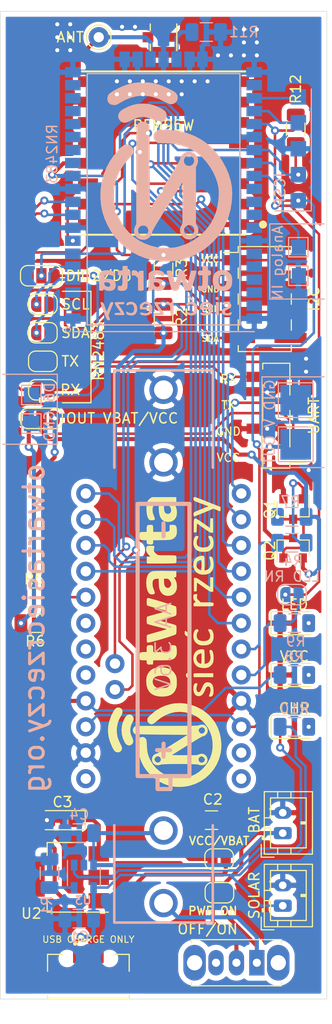
<source format=kicad_pcb>
(kicad_pcb (version 20171130) (host pcbnew "(5.1.5)-3")
  (title_block (title "LoRa board") (date 2020-05-18) (rev 1.1) (company "Stowarzyszenie Otwarta Siec Rzeczy"))
  (layers (0 F.Cu signal) (31 B.Cu signal) (34 B.Paste user) (35 F.Paste user) (36 B.SilkS user) (37 F.SilkS user) (38 B.Mask user) (39 F.Mask user) (44 Edge.Cuts user))
  (net 0 "")
  (net 1 "Net-(B1-Pad1)")
  (net 2 "Net-(B1-Pad2)")
  (net 3 RST)
  (net 4 GND)
  (net 5 D2)
  (net 6 D3)
  (net 7 D4)
  (net 8 D5)
  (net 9 D6)
  (net 10 D7)
  (net 11 RX)
  (net 12 TX)
  (net 13 D10)
  (net 14 D11)
  (net 15 D12)
  (net 16 D13)
  (net 17 A0)
  (net 18 A1)
  (net 19 A2)
  (net 20 A3)
  (net 21 VCC)
  (net 22 "Net-(B1-Pad24)")
  (net 23 SCL)
  (net 24 SDA)
  (net 25 "Net-(BT1-Pad1)")
  (net 26 VDD)
  (net 27 VBAT)
  (net 28 "Net-(D1-Pad2)")
  (net 29 "Net-(D2-Pad2)")
  (net 30 STAT)
  (net 31 "Net-(D3-Pad2)")
  (net 32 "Net-(J1-Pad3)")
  (net 33 "Net-(J1-Pad4)")
  (net 34 "Net-(J1-Pad2)")
  (net 35 "Net-(Q1-Pad1)")
  (net 36 "Net-(Q1-Pad3)")
  (net 37 "Net-(Q2-Pad2)")
  (net 38 "Net-(R1-Pad1)")
  (net 39 "Net-(U1-Pad11)")
  (net 40 "Net-(U1-Pad12)")
  (net 41 ANT)
  (net 42 "Net-(MODULE1-Pad25)")
  (net 43 "Net-(MODULE1-Pad35)")
  (net 44 "Net-(MODULE1-Pad37)")
  (net 45 "Net-(MODULE1-Pad38)")
  (net 46 "Net-(MODULE1-Pad39)")
  (net 47 "Net-(MODULE1-Pad40)")
  (net 48 "Net-(MODULE1-Pad43)")
  (net 49 "Net-(MODULE1-Pad44)")
  (net 50 "Net-(MODULE1-Pad45)")
  (net 51 "Net-(MODULE1-Pad46)")
  (net 52 "Net-(MODULE1-Pad2)")
  (net 53 "Net-(MODULE1-Pad3)")
  (net 54 "Net-(MODULE1-Pad13)")
  (net 55 "Net-(MODULE1-Pad14)")
  (net 56 PGD_INT)
  (net 57 PGC_INT)
  (net 58 "Net-(JP1-Pad1)")
  (net 59 "Net-(JP5-Pad2)")
  (net 60 "Net-(JP6-Pad1)")
  (net 61 "Net-(JP7-Pad2)")
  (net 62 "Net-(JP8-Pad1)")
  (net 63 "Net-(JP3-Pad1)")
  (net 64 "Net-(JP3-Pad3)")
  (net 65 "Net-(JP9-Pad2)")
  (net 66 "Net-(U1-Pad7)")
  (module Connector_JST:JST_PH_B2B-PH-K_1x02_P2.00mm_Vertical (layer F.Cu) (at 186.944 105.664 90)
    (fp_text reference BAT (at 1.27 -2.794 270) (layer F.SilkS))
    (fp_text value PH)
    (pad 2 thru_hole oval (at 2 0 90) (size 1.2 1.75) (drill 0.75) (layers *.Cu *.Mask) (net 4 GND))
    (pad 1 thru_hole roundrect (at 0 0 90) (size 1.2 1.75) (drill 0.75) (layers *.Cu *.Mask) (roundrect_rratio 0.208333) (net 25 "Net-(BT1-Pad1)"))
  )
  (module SparkFun-Electromechanical:BATTERY-AA-KIT (layer F.Cu) (at 175.26 87.376 90)
    (fp_text reference BT1 hide)
    (fp_text value "AA 3.6V" (at 0 0 270) (layer B.SilkS) (effects (font (size 1.524 1.524)) (justify mirror)))
    (pad GND@ thru_hole circle (at 25.146 0 90) (size 2.7813 2.7813) (drill 1.8542) (layers *.Cu *.Mask) (net 4 GND))
    (pad GND@ thru_hole circle (at 18.034 0 90) (size 2.7813 2.7813) (drill 1.8542) (layers *.Cu *.Mask) (net 4 GND))
    (pad PWR@ thru_hole circle (at -25.146 0 90) (size 2.7813 2.7813) (drill 1.8542) (layers *.Cu *.Mask) (net 25 "Net-(BT1-Pad1)"))
    (pad PWR@ thru_hole circle (at -18.034 0 90) (size 2.7813 2.7813) (drill 1.8542) (layers *.Cu *.Mask) (net 25 "Net-(BT1-Pad1)"))
  )
  (module OSR:OSR_Vertical_15x25 (layer B.Cu) (at 175.26 43.688 180)
    (fp_text reference Ref** hide)
    (fp_text value Val** hide)
  )
  (module OSR:OSR_Horizontal_12x29 (layer F.Cu) (at 175.514 86.868 90)
    (fp_text reference Ref** hide)
    (fp_text value Val** hide)
  )
  (module Button_Switch_THT:SW_Slide_1P2T_CK_OS102011MS2Q (layer F.Cu) (at 184.404 118.364 180)
    (fp_text reference OFF/ON (at 4.826 3.302) (layer F.SilkS))
    (fp_text value "PWR ON")
    (pad 1 thru_hole rect (at 0 0 180) (size 1.5 2.5) (drill 0.8) (layers *.Cu *.Mask) (net 25 "Net-(BT1-Pad1)"))
    (pad 2 thru_hole oval (at 2 0 180) (size 1.5 2.5) (drill 0.8) (layers *.Cu *.Mask) (net 27 VBAT))
    (pad 3 thru_hole oval (at 4 0 180) (size 1.5 2.5) (drill 0.8) (layers *.Cu *.Mask))
    (pad "" thru_hole oval (at -2.1 0 180) (size 2.2 3.5) (drill 1.5) (layers *.Cu *.Mask))
    (pad "" thru_hole oval (at 6.1 0 180) (size 2.2 3.5) (drill 1.5) (layers *.Cu *.Mask))
  )
  (module TestPoint:TestPoint_Pad_1.5x1.5mm (layer B.Cu) (at 188.468 51.054)
    (fp_text reference GND hide)
    (fp_text value GND)
    (pad 1 smd rect (at 0 0) (size 1.5 1.5) (layers B.Cu B.Mask) (net 4 GND))
  )
  (module Jumper:SolderJumper-3_P1.3mm_Open_RoundedPad1.0x1.5mm (layer F.Cu) (at 163.292 65.024)
    (fp_text reference "OUT VBAT/VCC" (at 7.904 0) (layer F.SilkS))
    (fp_text value VCC/VBAT)
    (pad 1 smd custom (at -1.3 0) (size 1 0.5) (layers F.Cu F.Mask) (net 27 VBAT) (options (clearance outline) (anchor rect)) (primitives (gr_circle (center 0 0.25) (end 0.5 0.25) (width 0)) (gr_circle (center 0 -0.25) (end 0.5 -0.25) (width 0)) (gr_poly (pts (xy 0.55 -0.75) (xy 0 -0.75) (xy 0 0.75) (xy 0.55 0.75)) (width 0))))
    (pad 3 smd custom (at 1.3 0) (size 1 0.5) (layers F.Cu F.Mask) (net 21 VCC) (options (clearance outline) (anchor rect)) (primitives (gr_circle (center 0 0.25) (end 0.5 0.25) (width 0)) (gr_circle (center 0 -0.25) (end 0.5 -0.25) (width 0)) (gr_poly (pts (xy -0.55 -0.75) (xy 0 -0.75) (xy 0 0.75) (xy -0.55 0.75)) (width 0))))
    (pad 2 smd rect (at 0 0) (size 1 1.5) (layers F.Cu F.Mask) (net 65 "Net-(JP9-Pad2)"))
  )
  (module Jumper:SolderJumper-3_P1.3mm_Open_RoundedPad1.0x1.5mm (layer F.Cu) (at 163.292 51.054)
    (fp_text reference DIO2/D6 (at 5.618 0 180) (layer F.SilkS))
    (fp_text value PWM/DIO2)
    (pad 1 smd custom (at -1.3 0) (size 1 0.5) (layers F.Cu F.Mask) (net 63 "Net-(JP3-Pad1)") (options (clearance outline) (anchor rect)) (primitives (gr_circle (center 0 0.25) (end 0.5 0.25) (width 0)) (gr_circle (center 0 -0.25) (end 0.5 -0.25) (width 0)) (gr_poly (pts (xy 0.55 -0.75) (xy 0 -0.75) (xy 0 0.75) (xy 0.55 0.75)) (width 0))))
    (pad 3 smd custom (at 1.3 0) (size 1 0.5) (layers F.Cu F.Mask) (net 64 "Net-(JP3-Pad3)") (options (clearance outline) (anchor rect)) (primitives (gr_circle (center 0 0.25) (end 0.5 0.25) (width 0)) (gr_circle (center 0 -0.25) (end 0.5 -0.25) (width 0)) (gr_poly (pts (xy -0.55 -0.75) (xy 0 -0.75) (xy 0 0.75) (xy -0.55 0.75)) (width 0))))
    (pad 2 smd rect (at 0 0) (size 1 1.5) (layers F.Cu F.Mask) (net 9 D6))
  )
  (module Resistor_SMD:R_1206_3216Metric (layer B.Cu) (at 188.084 90.17)
    (fp_text reference R8 (at 0 -1.778) (layer B.SilkS) (effects (justify mirror)))
    (fp_text value 1k)
    (pad 2 smd roundrect (at 1.4 0) (size 1.25 1.75) (layers B.Cu B.Paste B.Mask) (roundrect_rratio 0.2) (net 28 "Net-(D1-Pad2)"))
    (pad 1 smd roundrect (at -1.4 0) (size 1.25 1.75) (layers B.Cu B.Paste B.Mask) (roundrect_rratio 0.2) (net 21 VCC))
  )
  (module RN2483:RM095 (layer B.Cu) (at 175.26 43.18)
    (fp_text reference RN2483 (at -10.922 -4.064 90) (layer B.SilkS) (effects (justify mirror)))
    (fp_text value RN2483)
    (pad 21 smd rect (at -3.81 -13.335) (size 1.016 1.524) (layers B.Cu B.Paste B.Mask) (net 4 GND))
    (pad 22 smd rect (at -2.54 -13.335) (size 1.016 1.524) (layers B.Cu B.Paste B.Mask) (net 4 GND))
    (pad 23 smd rect (at -1.27 -13.335) (size 1.016 1.524) (layers B.Cu B.Paste B.Mask) (net 41 ANT))
    (pad 24 smd rect (at 0 -13.335) (size 1.016 1.524) (layers B.Cu B.Paste B.Mask) (net 4 GND))
    (pad 25 smd rect (at 1.27 -13.335) (size 1.016 1.524) (layers B.Cu B.Paste B.Mask) (net 42 "Net-(MODULE1-Pad25)"))
    (pad 26 smd rect (at 2.54 -13.335) (size 1.016 1.524) (layers B.Cu B.Paste B.Mask) (net 4 GND))
    (pad 27 smd rect (at 3.81 -13.335) (size 1.016 1.524) (layers B.Cu B.Paste B.Mask) (net 4 GND))
    (pad 28 smd rect (at 8.89 -12.065) (size 1.524 1.016) (layers B.Cu B.Paste B.Mask) (net 4 GND))
    (pad 29 smd rect (at 8.89 -10.795) (size 1.524 1.016) (layers B.Cu B.Paste B.Mask))
    (pad 30 smd rect (at 8.89 -9.525) (size 1.524 1.016) (layers B.Cu B.Paste B.Mask) (net 57 PGC_INT))
    (pad 31 smd rect (at 8.89 -8.255) (size 1.524 1.016) (layers B.Cu B.Paste B.Mask) (net 56 PGD_INT))
    (pad 32 smd rect (at 8.89 -6.985) (size 1.524 1.016) (layers B.Cu B.Paste B.Mask) (net 3 RST))
    (pad 33 smd rect (at 8.89 -5.715) (size 1.524 1.016) (layers B.Cu B.Paste B.Mask) (net 4 GND))
    (pad 34 smd rect (at 8.89 -4.445) (size 1.524 1.016) (layers B.Cu B.Paste B.Mask) (net 21 VCC))
    (pad 35 smd rect (at 8.89 -3.175) (size 1.524 1.016) (layers B.Cu B.Paste B.Mask) (net 43 "Net-(MODULE1-Pad35)"))
    (pad 36 smd rect (at 8.89 -1.905) (size 1.524 1.016) (layers B.Cu B.Paste B.Mask) (net 58 "Net-(JP1-Pad1)"))
    (pad 37 smd rect (at 8.89 -0.635) (size 1.524 1.016) (layers B.Cu B.Paste B.Mask) (net 44 "Net-(MODULE1-Pad37)"))
    (pad 38 smd rect (at 8.89 0.635) (size 1.524 1.016) (layers B.Cu B.Paste B.Mask) (net 45 "Net-(MODULE1-Pad38)"))
    (pad 39 smd rect (at 8.89 1.905) (size 1.524 1.016) (layers B.Cu B.Paste B.Mask) (net 46 "Net-(MODULE1-Pad39)"))
    (pad 40 smd rect (at 8.89 3.175) (size 1.524 1.016) (layers B.Cu B.Paste B.Mask) (net 47 "Net-(MODULE1-Pad40)"))
    (pad 41 smd rect (at 8.89 4.445) (size 1.524 1.016) (layers B.Cu B.Paste B.Mask) (net 4 GND))
    (pad 42 smd rect (at 8.89 5.715) (size 1.524 1.016) (layers B.Cu B.Paste B.Mask))
    (pad 43 smd rect (at 8.89 6.985) (size 1.524 1.016) (layers B.Cu B.Paste B.Mask) (net 48 "Net-(MODULE1-Pad43)"))
    (pad 44 smd rect (at 8.89 8.255) (size 1.524 1.016) (layers B.Cu B.Paste B.Mask) (net 49 "Net-(MODULE1-Pad44)"))
    (pad 45 smd rect (at 8.89 9.525) (size 1.524 1.016) (layers B.Cu B.Paste B.Mask) (net 50 "Net-(MODULE1-Pad45)"))
    (pad 46 smd rect (at 8.89 10.795) (size 1.524 1.016) (layers B.Cu B.Paste B.Mask) (net 51 "Net-(MODULE1-Pad46)"))
    (pad 47 smd rect (at 8.89 12.065) (size 1.524 1.016) (layers B.Cu B.Paste B.Mask) (net 4 GND))
    (pad 1 smd rect (at -8.89 12.065) (size 1.524 1.016) (layers B.Cu B.Paste B.Mask) (net 4 GND))
    (pad 2 smd rect (at -8.89 10.795) (size 1.524 1.016) (layers B.Cu B.Paste B.Mask) (net 52 "Net-(MODULE1-Pad2)"))
    (pad 3 smd rect (at -8.89 9.525) (size 1.524 1.016) (layers B.Cu B.Paste B.Mask) (net 53 "Net-(MODULE1-Pad3)"))
    (pad 4 smd rect (at -8.89 8.255) (size 1.524 1.016) (layers B.Cu B.Paste B.Mask) (net 62 "Net-(JP8-Pad1)"))
    (pad 5 smd rect (at -8.89 6.985) (size 1.524 1.016) (layers B.Cu B.Paste B.Mask) (net 61 "Net-(JP7-Pad2)"))
    (pad 6 smd rect (at -8.89 5.715) (size 1.524 1.016) (layers B.Cu B.Paste B.Mask) (net 9 D6))
    (pad 7 smd rect (at -8.89 4.445) (size 1.524 1.016) (layers B.Cu B.Paste B.Mask) (net 10 D7))
    (pad 8 smd rect (at -8.89 3.175) (size 1.524 1.016) (layers B.Cu B.Paste B.Mask) (net 4 GND))
    (pad 9 smd rect (at -8.89 1.905) (size 1.524 1.016) (layers B.Cu B.Paste B.Mask) (net 60 "Net-(JP6-Pad1)"))
    (pad 10 smd rect (at -8.89 0.635) (size 1.524 1.016) (layers B.Cu B.Paste B.Mask) (net 59 "Net-(JP5-Pad2)"))
    (pad 11 smd rect (at -8.89 -0.635) (size 1.524 1.016) (layers B.Cu B.Paste B.Mask) (net 4 GND))
    (pad 12 smd rect (at -8.89 -1.905) (size 1.524 1.016) (layers B.Cu B.Paste B.Mask) (net 21 VCC))
    (pad 13 smd rect (at -8.89 -3.175) (size 1.524 1.016) (layers B.Cu B.Paste B.Mask) (net 54 "Net-(MODULE1-Pad13)"))
    (pad 14 smd rect (at -8.89 -4.445) (size 1.524 1.016) (layers B.Cu B.Paste B.Mask) (net 55 "Net-(MODULE1-Pad14)"))
    (pad 15 smd rect (at -8.89 -5.715) (size 1.524 1.016) (layers B.Cu B.Paste B.Mask))
    (pad 16 smd rect (at -8.89 -6.985) (size 1.524 1.016) (layers B.Cu B.Paste B.Mask))
    (pad 17 smd rect (at -8.89 -8.255) (size 1.524 1.016) (layers B.Cu B.Paste B.Mask))
    (pad 18 smd rect (at -8.89 -9.525) (size 1.524 1.016) (layers B.Cu B.Paste B.Mask))
    (pad 19 smd rect (at -8.89 -10.795) (size 1.524 1.016) (layers B.Cu B.Paste B.Mask))
    (pad 20 smd rect (at -8.89 -12.065) (size 1.524 1.016) (layers B.Cu B.Paste B.Mask) (net 4 GND))
  )
  (module RFM95W-868S2:XCVR_RFM95W-868S2 (layer F.Cu) (at 175.26 39.036 180)
    (fp_text reference RFM95W (at 0 2.714) (layer F.SilkS))
    (fp_text value RFM95W)
    (pad 1 smd rect (at -7.4 -7 180) (size 1.95 1.05) (layers F.Cu F.Paste F.Mask) (net 4 GND))
    (pad 2 smd rect (at -7.4 -5 180) (size 1.95 1.05) (layers F.Cu F.Paste F.Mask) (net 15 D12))
    (pad 3 smd rect (at -7.4 -3 180) (size 1.95 1.05) (layers F.Cu F.Paste F.Mask) (net 14 D11))
    (pad 4 smd rect (at -7.4 -1 180) (size 1.95 1.05) (layers F.Cu F.Paste F.Mask) (net 16 D13))
    (pad 5 smd rect (at -7.4 1 180) (size 1.95 1.05) (layers F.Cu F.Paste F.Mask) (net 13 D10))
    (pad 6 smd rect (at -7.4 3 180) (size 1.95 1.05) (layers F.Cu F.Paste F.Mask) (net 7 D4))
    (pad 7 smd rect (at -7.4 5 180) (size 1.95 1.05) (layers F.Cu F.Paste F.Mask) (net 66 "Net-(U1-Pad7)"))
    (pad 8 smd rect (at -7.4 7 180) (size 1.95 1.05) (layers F.Cu F.Paste F.Mask) (net 4 GND))
    (pad 9 smd rect (at 7.4 7 180) (size 1.95 1.05) (layers F.Cu F.Paste F.Mask) (net 41 ANT))
    (pad 10 smd rect (at 7.4 5 180) (size 1.95 1.05) (layers F.Cu F.Paste F.Mask) (net 4 GND))
    (pad 11 smd rect (at 7.4 3 180) (size 1.95 1.05) (layers F.Cu F.Paste F.Mask) (net 39 "Net-(U1-Pad11)"))
    (pad 12 smd rect (at 7.4 1 180) (size 1.95 1.05) (layers F.Cu F.Paste F.Mask) (net 40 "Net-(U1-Pad12)"))
    (pad 13 smd rect (at 7.4 -1 180) (size 1.95 1.05) (layers F.Cu F.Paste F.Mask) (net 21 VCC))
    (pad 14 smd rect (at 7.4 -3 180) (size 1.95 1.05) (layers F.Cu F.Paste F.Mask) (net 8 D5))
    (pad 15 smd rect (at 7.4 -5 180) (size 1.95 1.05) (layers F.Cu F.Paste F.Mask) (net 10 D7))
    (pad 16 smd rect (at 7.4 -7 180) (size 1.95 1.05) (layers F.Cu F.Paste F.Mask) (net 63 "Net-(JP3-Pad1)"))
  )
  (module ARDUINO_PRO_MINI:ARDUINO_PRO_MINI (layer F.Cu) (at 175.26 87.63 180)
    (fp_text reference B1 (at 0 -16.9418) (layer F.SilkS) (effects (font (size 0.48 0.48) (thickness 0.015))))
    (fp_text value ARDUINO)
    (pad 1 thru_hole circle (at -7.62 -12.7 180) (size 1.8796 1.8796) (drill 1.016) (layers *.Cu *.Mask) (net 1 "Net-(B1-Pad1)"))
    (pad 2 thru_hole circle (at -7.62 -10.16 180) (size 1.8796 1.8796) (drill 1.016) (layers *.Cu *.Mask) (net 2 "Net-(B1-Pad2)"))
    (pad 3 thru_hole circle (at -7.62 -7.62 180) (size 1.8796 1.8796) (drill 1.016) (layers *.Cu *.Mask) (net 3 RST))
    (pad 4 thru_hole circle (at -7.62 -5.08 180) (size 1.8796 1.8796) (drill 1.016) (layers *.Cu *.Mask) (net 4 GND))
    (pad 5 thru_hole circle (at -7.62 -2.54 180) (size 1.8796 1.8796) (drill 1.016) (layers *.Cu *.Mask) (net 5 D2))
    (pad 6 thru_hole circle (at -7.62 0 180) (size 1.8796 1.8796) (drill 1.016) (layers *.Cu *.Mask) (net 6 D3))
    (pad 7 thru_hole circle (at -7.62 2.54 180) (size 1.8796 1.8796) (drill 1.016) (layers *.Cu *.Mask) (net 7 D4))
    (pad 8 thru_hole circle (at -7.62 5.08 180) (size 1.8796 1.8796) (drill 1.016) (layers *.Cu *.Mask) (net 8 D5))
    (pad 9 thru_hole circle (at -7.62 7.62 180) (size 1.8796 1.8796) (drill 1.016) (layers *.Cu *.Mask) (net 9 D6))
    (pad 10 thru_hole circle (at -7.62 10.16 180) (size 1.8796 1.8796) (drill 1.016) (layers *.Cu *.Mask) (net 10 D7))
    (pad 11 thru_hole circle (at -7.62 12.7 180) (size 1.8796 1.8796) (drill 1.016) (layers *.Cu *.Mask) (net 11 RX))
    (pad 12 thru_hole circle (at -7.62 15.24 180) (size 1.8796 1.8796) (drill 1.016) (layers *.Cu *.Mask) (net 12 TX))
    (pad 13 thru_hole circle (at 7.62 15.24 180) (size 1.8796 1.8796) (drill 1.016) (layers *.Cu *.Mask) (net 13 D10))
    (pad 14 thru_hole circle (at 7.62 12.7 180) (size 1.8796 1.8796) (drill 1.016) (layers *.Cu *.Mask) (net 14 D11))
    (pad 15 thru_hole circle (at 7.62 10.16 180) (size 1.8796 1.8796) (drill 1.016) (layers *.Cu *.Mask) (net 15 D12))
    (pad 16 thru_hole circle (at 7.62 7.62 180) (size 1.8796 1.8796) (drill 1.016) (layers *.Cu *.Mask) (net 16 D13))
    (pad 17 thru_hole circle (at 7.62 5.08 180) (size 1.8796 1.8796) (drill 1.016) (layers *.Cu *.Mask) (net 17 A0))
    (pad 18 thru_hole circle (at 7.62 2.54 180) (size 1.8796 1.8796) (drill 1.016) (layers *.Cu *.Mask) (net 18 A1))
    (pad 19 thru_hole circle (at 7.62 0 180) (size 1.8796 1.8796) (drill 1.016) (layers *.Cu *.Mask) (net 19 A2))
    (pad 20 thru_hole circle (at 7.62 -2.54 180) (size 1.8796 1.8796) (drill 1.016) (layers *.Cu *.Mask) (net 20 A3))
    (pad 21 thru_hole circle (at 7.62 -5.08 180) (size 1.8796 1.8796) (drill 1.016) (layers *.Cu *.Mask) (net 21 VCC))
    (pad 22 thru_hole circle (at 7.62 -7.62 180) (size 1.8796 1.8796) (drill 1.016) (layers *.Cu *.Mask) (net 3 RST))
    (pad 23 thru_hole circle (at 7.62 -10.16 180) (size 1.8796 1.8796) (drill 1.016) (layers *.Cu *.Mask) (net 4 GND))
    (pad 24 thru_hole circle (at 7.62 -12.7 180) (size 1.8796 1.8796) (drill 1.016) (layers *.Cu *.Mask) (net 22 "Net-(B1-Pad24)"))
    (pad A5 thru_hole circle (at 4.7625 -3.96875 180) (size 1.8796 1.8796) (drill 1.016) (layers *.Cu *.Mask) (net 23 SCL))
    (pad A4 thru_hole circle (at 4.7625 -1.42875 180) (size 1.8796 1.8796) (drill 1.016) (layers *.Cu *.Mask) (net 24 SDA))
  )
  (module Resistor_SMD:R_1206_3216Metric (layer B.Cu) (at 188.084 95.25)
    (fp_text reference R10 (at 0 -1.778) (layer B.SilkS) (effects (justify mirror)))
    (fp_text value 470)
    (pad 2 smd roundrect (at 1.4 0) (size 1.25 1.75) (layers B.Cu B.Paste B.Mask) (roundrect_rratio 0.2) (net 31 "Net-(D3-Pad2)"))
    (pad 1 smd roundrect (at -1.4 0) (size 1.25 1.75) (layers B.Cu B.Paste B.Mask) (roundrect_rratio 0.2) (net 26 VDD))
  )
  (module TestPoint:TestPoint_THTPad_D2.0mm_Drill1.0mm (layer F.Cu) (at 168.91 27.686)
    (fp_text reference ANT (at -2.794 0) (layer F.SilkS))
    (fp_text value ANT)
    (pad 1 thru_hole circle (at 0 0) (size 2 2) (drill 1) (layers *.Cu *.Mask) (net 41 ANT))
  )
  (module Connector_JST:JST_PH_B2B-PH-K_1x02_P2.00mm_Vertical (layer F.Cu) (at 186.944 112.776 90)
    (fp_text reference SOLAR (at 1.016 -2.794 270) (layer F.SilkS))
    (fp_text value PH)
    (pad 1 thru_hole roundrect (at 0 0 90) (size 1.2 1.75) (drill 0.75) (layers *.Cu *.Mask) (roundrect_rratio 0.208) (net 26 VDD))
    (pad 2 thru_hole oval (at 2 0 90) (size 1.2 1.75) (drill 0.75) (layers *.Cu *.Mask) (net 4 GND))
  )
  (module Capacitor_SMD:C_1206_3216Metric (layer B.Cu) (at 167.002 114.046 180)
    (fp_text reference C1 (at 0 -1.778 180) (layer B.SilkS) (effects (justify mirror)))
    (fp_text value 4,7uF)
    (pad 2 smd roundrect (at 1.4 0 180) (size 1.25 1.75) (layers B.Cu B.Paste B.Mask) (roundrect_rratio 0.2) (net 4 GND))
    (pad 1 smd roundrect (at -1.4 0 180) (size 1.25 1.75) (layers B.Cu B.Paste B.Mask) (roundrect_rratio 0.2) (net 26 VDD))
  )
  (module Capacitor_SMD:C_1206_3216Metric (layer F.Cu) (at 179.962 104.394 180)
    (fp_text reference C2 (at -0.124 2.032) (layer F.SilkS))
    (fp_text value 100nF)
    (pad 1 smd roundrect (at -1.4 0 180) (size 1.25 1.75) (layers F.Cu F.Paste F.Mask) (roundrect_rratio 0.2) (net 27 VBAT))
    (pad 2 smd roundrect (at 1.4 0 180) (size 1.25 1.75) (layers F.Cu F.Paste F.Mask) (roundrect_rratio 0.2) (net 4 GND))
  )
  (module Capacitor_Tantalum_SMD:CP_EIA-3216-18_Kemet-A (layer F.Cu) (at 165.274 104.394 180)
    (fp_text reference C3 (at -0.08 1.778) (layer F.SilkS))
    (fp_text value 22uF)
    (pad 1 smd roundrect (at -1.35 0 180) (size 1.4 1.35) (layers F.Cu F.Paste F.Mask) (roundrect_rratio 0.185185) (net 21 VCC))
    (pad 2 smd roundrect (at 1.35 0 180) (size 1.4 1.35) (layers F.Cu F.Paste F.Mask) (roundrect_rratio 0.185185) (net 4 GND))
  )
  (module Capacitor_SMD:C_1206_3216Metric (layer B.Cu) (at 167.002 105.664 180)
    (fp_text reference C4 (at 0 1.82 180) (layer B.SilkS) (effects (justify mirror)))
    (fp_text value 4,7uF)
    (pad 1 smd roundrect (at -1.4 0 180) (size 1.25 1.75) (layers B.Cu B.Paste B.Mask) (roundrect_rratio 0.2) (net 25 "Net-(BT1-Pad1)"))
    (pad 2 smd roundrect (at 1.4 0 180) (size 1.25 1.75) (layers B.Cu B.Paste B.Mask) (roundrect_rratio 0.2) (net 4 GND))
  )
  (module LED_SMD:LED_1206_3216Metric (layer F.Cu) (at 188.084 90.17)
    (fp_text reference VCC (at 0 -1.82) (layer F.SilkS))
    (fp_text value PWR)
    (pad 1 smd roundrect (at -1.4 0) (size 1.25 1.75) (layers F.Cu F.Paste F.Mask) (roundrect_rratio 0.2) (net 4 GND))
    (pad 2 smd roundrect (at 1.4 0) (size 1.25 1.75) (layers F.Cu F.Paste F.Mask) (roundrect_rratio 0.2) (net 28 "Net-(D1-Pad2)"))
  )
  (module LED_SMD:LED_1206_3216Metric (layer F.Cu) (at 188.084 85.09)
    (fp_text reference LED (at 0 -1.82) (layer F.SilkS))
    (fp_text value LED)
    (pad 2 smd roundrect (at 1.4 0) (size 1.25 1.75) (layers F.Cu F.Paste F.Mask) (roundrect_rratio 0.2) (net 29 "Net-(D2-Pad2)"))
    (pad 1 smd roundrect (at -1.4 0) (size 1.25 1.75) (layers F.Cu F.Paste F.Mask) (roundrect_rratio 0.2) (net 4 GND))
  )
  (module LED_SMD:LED_1206_3216Metric (layer F.Cu) (at 188.084 95.25)
    (fp_text reference CHR (at 0 -1.82) (layer F.SilkS))
    (fp_text value CHR)
    (pad 1 smd roundrect (at -1.4 0) (size 1.25 1.75) (layers F.Cu F.Paste F.Mask) (roundrect_rratio 0.2) (net 30 STAT))
    (pad 2 smd roundrect (at 1.4 0) (size 1.25 1.75) (layers F.Cu F.Paste F.Mask) (roundrect_rratio 0.2) (net 31 "Net-(D3-Pad2)"))
  )
  (module 629105136821:WE_629105136821 (layer F.Cu) (at 167.894 120.396)
    (fp_text reference "USB CHARGE ONLY" (at 0 -4.318) (layer F.SilkS) (effects (font (size 0.64 0.64) (thickness 0.1))))
    (fp_text value 629105136821)
    (pad 3 smd rect (at 0 -2.675) (size 0.4 1.35) (layers F.Cu F.Paste F.Mask) (net 32 "Net-(J1-Pad3)"))
    (pad 4 smd rect (at 0.65 -2.675) (size 0.4 1.35) (layers F.Cu F.Paste F.Mask) (net 33 "Net-(J1-Pad4)"))
    (pad 2 smd rect (at -0.65 -2.675) (size 0.4 1.35) (layers F.Cu F.Paste F.Mask) (net 34 "Net-(J1-Pad2)"))
    (pad 1 smd rect (at -1.3 -2.675) (size 0.4 1.35) (layers F.Cu F.Paste F.Mask) (net 26 VDD))
    (pad 5 smd rect (at 1.3 -2.675) (size 0.4 1.35) (layers F.Cu F.Paste F.Mask) (net 4 GND))
    (pad S4 smd rect (at 4 0) (size 1.8 1.9) (layers F.Cu F.Paste F.Mask) (net 4 GND))
    (pad S3 smd rect (at 1.2 0) (size 1.9 1.9) (layers F.Cu F.Paste F.Mask) (net 4 GND))
    (pad S2 smd rect (at -1.2 0) (size 1.9 1.9) (layers F.Cu F.Paste F.Mask) (net 4 GND))
    (pad S1 smd rect (at -4 0) (size 1.8 1.9) (layers F.Cu F.Paste F.Mask) (net 4 GND))
    (pad None np_thru_hole circle (at -2.075 -2.45) (size 0.7 0.7) (drill 0.7) (layers *.Cu *.Mask))
    (pad None np_thru_hole circle (at 2.075 -2.45) (size 0.7 0.7) (drill 0.7) (layers *.Cu *.Mask))
  )
  (module "U.FL-R-SMT-1_10_:HRS_U.FL-R-SMT-1(10)" (layer F.Cu) (at 175.26 27.686 270)
    (fp_text reference J2 hide)
    (fp_text value U.FL)
    (pad 2 smd rect (at 0 1.525 270) (size 1 1.05) (layers F.Cu F.Paste F.Mask) (net 41 ANT))
    (pad 1 smd rect (at -1.475 0 270) (size 1.05 2.2) (layers F.Cu F.Paste F.Mask) (net 4 GND))
    (pad 3 smd rect (at 1.475 0 270) (size 1.05 2.2) (layers F.Cu F.Paste F.Mask) (net 4 GND))
  )
  (module Connector_PinHeader_2.54mm:PinHeader_1x04_P2.54mm_Vertical_SMD_Pin1Left (layer F.Cu) (at 186.313 64.77 180)
    (fp_text reference J3 hide)
    (fp_text value UART (at -3.679 0 90) (layer F.SilkS))
    (pad 1 smd rect (at -1.655 -3.81 180) (size 2.51 1) (layers F.Cu F.Paste F.Mask) (net 21 VCC))
    (pad 3 smd rect (at -1.655 1.27 180) (size 2.51 1) (layers F.Cu F.Paste F.Mask) (net 12 TX))
    (pad 2 smd rect (at 1.655 -1.27 180) (size 2.51 1) (layers F.Cu F.Paste F.Mask) (net 4 GND))
    (pad 4 smd rect (at 1.655 3.81 180) (size 2.51 1) (layers F.Cu F.Paste F.Mask) (net 11 RX))
  )
  (module Jumper:SolderJumper-2_P1.3mm_Open_RoundedPad1.0x1.5mm (layer F.Cu) (at 180.706 108.204 180)
    (fp_text reference VCC/VBAT (at 0 1.778) (layer F.SilkS) (effects (font (size 0.8 0.8))))
    (fp_text value VBAT)
    (pad 1 smd custom (at -0.65 0 180) (size 1 0.5) (layers F.Cu F.Mask) (net 27 VBAT) (options (clearance outline) (anchor rect)) (primitives (gr_circle (center 0 0.25) (end 0.5 0.25) (width 0)) (gr_circle (center 0 -0.25) (end 0.5 -0.25) (width 0)) (gr_poly (pts (xy 0 -0.75) (xy 0.5 -0.75) (xy 0.5 0.75) (xy 0 0.75)) (width 0))))
    (pad 2 smd custom (at 0.65 0 180) (size 1 0.5) (layers F.Cu F.Mask) (net 21 VCC) (options (clearance outline) (anchor rect)) (primitives (gr_circle (center 0 0.25) (end 0.5 0.25) (width 0)) (gr_circle (center 0 -0.25) (end 0.5 -0.25) (width 0)) (gr_poly (pts (xy 0 -0.75) (xy -0.5 -0.75) (xy -0.5 0.75) (xy 0 0.75)) (width 0))))
  )
  (module Jumper:SolderJumper-2_P1.3mm_Open_RoundedPad1.0x1.5mm (layer F.Cu) (at 180.736 111.506 180)
    (fp_text reference "PWR ON" (at 0.65 -1.778) (layer F.SilkS) (effects (font (size 0.8 0.8))))
    (fp_text value "PWR ON")
    (pad 2 smd custom (at 0.65 0 180) (size 1 0.5) (layers F.Cu F.Mask) (net 27 VBAT) (options (clearance outline) (anchor rect)) (primitives (gr_circle (center 0 0.25) (end 0.5 0.25) (width 0)) (gr_circle (center 0 -0.25) (end 0.5 -0.25) (width 0)) (gr_poly (pts (xy 0 -0.75) (xy -0.5 -0.75) (xy -0.5 0.75) (xy 0 0.75)) (width 0))))
    (pad 1 smd custom (at -0.65 0 180) (size 1 0.5) (layers F.Cu F.Mask) (net 25 "Net-(BT1-Pad1)") (options (clearance outline) (anchor rect)) (primitives (gr_circle (center 0 0.25) (end 0.5 0.25) (width 0)) (gr_circle (center 0 -0.25) (end 0.5 -0.25) (width 0)) (gr_poly (pts (xy 0 -0.75) (xy 0.5 -0.75) (xy 0.5 0.75) (xy 0 0.75)) (width 0))))
  )
  (module Package_TO_SOT_SMD:SOT-23 (layer F.Cu) (at 187.96 73.914 270)
    (fp_text reference Q1 (at 0 2.286 90) (layer F.SilkS))
    (fp_text value BC817)
    (pad 1 smd rect (at -1 -0.95 270) (size 0.9 0.8) (layers F.Cu F.Paste F.Mask) (net 35 "Net-(Q1-Pad1)"))
    (pad 2 smd rect (at -1 0.95 270) (size 0.9 0.8) (layers F.Cu F.Paste F.Mask) (net 4 GND))
    (pad 3 smd rect (at 1 0 270) (size 0.9 0.8) (layers F.Cu F.Paste F.Mask) (net 36 "Net-(Q1-Pad3)"))
  )
  (module Package_TO_SOT_SMD:SOT-23 (layer F.Cu) (at 187.96 77.708 90)
    (fp_text reference Q2 (at -0.27 -2.286 270) (layer F.SilkS))
    (fp_text value DMG2301L)
    (pad 3 smd rect (at 1 0 90) (size 0.9 0.8) (layers F.Cu F.Paste F.Mask) (net 37 "Net-(Q2-Pad2)"))
    (pad 2 smd rect (at -1 0.95 90) (size 0.9 0.8) (layers F.Cu F.Paste F.Mask) (net 65 "Net-(JP9-Pad2)"))
    (pad 1 smd rect (at -1 -0.95 90) (size 0.9 0.8) (layers F.Cu F.Paste F.Mask) (net 36 "Net-(Q1-Pad3)"))
  )
  (module Resistor_SMD:R_1206_3216Metric (layer B.Cu) (at 164.084 109.598 90)
    (fp_text reference R1 (at -3.178 -0.254 90) (layer B.SilkS) (effects (justify mirror)))
    (fp_text value 4k)
    (pad 1 smd roundrect (at -1.4 0 90) (size 1.25 1.75) (layers B.Cu B.Paste B.Mask) (roundrect_rratio 0.2) (net 38 "Net-(R1-Pad1)"))
    (pad 2 smd roundrect (at 1.4 0 90) (size 1.25 1.75) (layers B.Cu B.Paste B.Mask) (roundrect_rratio 0.2) (net 4 GND))
  )
  (module Resistor_SMD:R_1206_3216Metric (layer F.Cu) (at 175.26 55.248 90)
    (fp_text reference R2 (at 0.13 1.778 90) (layer F.SilkS))
    (fp_text value 10k)
    (pad 2 smd roundrect (at 1.4 0 90) (size 1.25 1.75) (layers F.Cu F.Paste F.Mask) (roundrect_rratio 0.2) (net 24 SDA))
    (pad 1 smd roundrect (at -1.4 0 90) (size 1.25 1.75) (layers F.Cu F.Paste F.Mask) (roundrect_rratio 0.2) (net 21 VCC))
  )
  (module Resistor_SMD:R_1206_3216Metric (layer F.Cu) (at 175.26 50.416 270)
    (fp_text reference R3 (at -0.124 -1.778 270) (layer F.SilkS))
    (fp_text value 10k)
    (pad 1 smd roundrect (at -1.4 0 270) (size 1.25 1.75) (layers F.Cu F.Paste F.Mask) (roundrect_rratio 0.2) (net 21 VCC))
    (pad 2 smd roundrect (at 1.4 0 270) (size 1.25 1.75) (layers F.Cu F.Paste F.Mask) (roundrect_rratio 0.2) (net 23 SCL))
  )
  (module Resistor_SMD:R_1206_3216Metric (layer B.Cu) (at 187.83 77.216 180)
    (fp_text reference R4 (at -0.13 -1.778 180) (layer B.SilkS) (effects (justify mirror)))
    (fp_text value 1k)
    (pad 1 smd roundrect (at -1.4 0 180) (size 1.25 1.75) (layers B.Cu B.Paste B.Mask) (roundrect_rratio 0.2) (net 35 "Net-(Q1-Pad1)"))
    (pad 2 smd roundrect (at 1.4 0 180) (size 1.25 1.75) (layers B.Cu B.Paste B.Mask) (roundrect_rratio 0.2) (net 6 D3))
  )
  (module Resistor_SMD:R_1206_3216Metric (layer F.Cu) (at 162.684 85.09)
    (fp_text reference R5 (at -0.124 -4.318) (layer F.SilkS))
    (fp_text value 100k)
    (pad 2 smd roundrect (at 1.4 0) (size 1.25 1.75) (layers F.Cu F.Paste F.Mask) (roundrect_rratio 0.2) (net 17 A0))
    (pad 1 smd roundrect (at -1.4 0) (size 1.25 1.75) (layers F.Cu F.Paste F.Mask) (roundrect_rratio 0.2) (net 27 VBAT))
  )
  (module Resistor_SMD:R_1206_3216Metric (layer F.Cu) (at 162.684 82.55 180)
    (fp_text reference R6 (at 0 -4.318) (layer F.SilkS))
    (fp_text value 33k)
    (pad 1 smd roundrect (at -1.4 0 180) (size 1.25 1.75) (layers F.Cu F.Paste F.Mask) (roundrect_rratio 0.2) (net 17 A0))
    (pad 2 smd roundrect (at 1.4 0 180) (size 1.25 1.75) (layers F.Cu F.Paste F.Mask) (roundrect_rratio 0.2) (net 4 GND))
  )
  (module Resistor_SMD:R_1206_3216Metric (layer B.Cu) (at 187.83 74.676 180)
    (fp_text reference R7 (at 0.124 1.524) (layer B.SilkS) (effects (justify mirror)))
    (fp_text value 10k)
    (pad 2 smd roundrect (at 1.4 0 180) (size 1.25 1.75) (layers B.Cu B.Paste B.Mask) (roundrect_rratio 0.2) (net 36 "Net-(Q1-Pad3)"))
    (pad 1 smd roundrect (at -1.4 0 180) (size 1.25 1.75) (layers B.Cu B.Paste B.Mask) (roundrect_rratio 0.2) (net 65 "Net-(JP9-Pad2)"))
  )
  (module Resistor_SMD:R_1206_3216Metric (layer B.Cu) (at 188.084 85.09)
    (fp_text reference R9 (at 0.13 1.778) (layer B.SilkS) (effects (justify mirror)))
    (fp_text value 1k)
    (pad 1 smd roundrect (at -1.4 0) (size 1.25 1.75) (layers B.Cu B.Paste B.Mask) (roundrect_rratio 0.2) (net 5 D2))
    (pad 2 smd roundrect (at 1.4 0) (size 1.25 1.75) (layers B.Cu B.Paste B.Mask) (roundrect_rratio 0.2) (net 29 "Net-(D2-Pad2)"))
  )
  (module TestPoint:TestPoint_Pad_3.0x3.0mm (layer B.Cu) (at 188.214 67.564 270)
    (fp_text reference "V OUT" (at -0.254 2.54 90) (layer B.SilkS) (effects (justify mirror)))
    (fp_text value +V)
    (pad 1 smd rect (at 0 0 270) (size 3 3) (layers B.Cu B.Mask) (net 37 "Net-(Q2-Pad2)"))
  )
  (module TestPoint:TestPoint_Pad_3.0x3.0mm (layer B.Cu) (at 188.214 63.246 270)
    (fp_text reference GND (at -0.508 2.54 90) (layer B.SilkS) (effects (justify mirror)))
    (fp_text value GND)
    (pad 1 smd rect (at 0 0 270) (size 3 3) (layers B.Cu B.Mask) (net 4 GND))
  )
  (module Package_TO_SOT_SMD:SOT-223 (layer F.Cu) (at 165.76 109.996 180)
    (fp_text reference U2 (at 3.454 -3.542) (layer F.SilkS))
    (fp_text value TS2940-3.3)
    (pad 4 smd rect (at 3.15 0 180) (size 2 3.8) (layers F.Cu F.Paste F.Mask))
    (pad 2 smd rect (at -3.15 0 180) (size 2 1.5) (layers F.Cu F.Paste F.Mask) (net 4 GND))
    (pad 3 smd rect (at -3.15 2.3 180) (size 2 1.5) (layers F.Cu F.Paste F.Mask) (net 21 VCC))
    (pad 1 smd rect (at -3.15 -2.3 180) (size 2 1.5) (layers F.Cu F.Paste F.Mask) (net 27 VBAT))
  )
  (module Package_TO_SOT_SMD:SOT-23-5 (layer B.Cu) (at 167.452 109.898 270)
    (fp_text reference U3 (at 2.37 0.066) (layer B.SilkS) (effects (font (size 0.8 0.8)) (justify mirror)))
    (fp_text value MCP73831-2-OT)
    (pad 1 smd rect (at -1.1 0.95 270) (size 1.06 0.65) (layers B.Cu B.Paste B.Mask) (net 30 STAT))
    (pad 2 smd rect (at -1.1 0 270) (size 1.06 0.65) (layers B.Cu B.Paste B.Mask) (net 4 GND))
    (pad 3 smd rect (at -1.1 -0.95 270) (size 1.06 0.65) (layers B.Cu B.Paste B.Mask) (net 25 "Net-(BT1-Pad1)"))
    (pad 4 smd rect (at 1.1 -0.95 270) (size 1.06 0.65) (layers B.Cu B.Paste B.Mask) (net 26 VDD))
    (pad 5 smd rect (at 1.1 0.95 270) (size 1.06 0.65) (layers B.Cu B.Paste B.Mask) (net 38 "Net-(R1-Pad1)"))
  )
  (module Connector_PinHeader_2.54mm:PinHeader_2x04_P2.54mm_Vertical_SMD (layer F.Cu) (at 185.181 53.34)
    (fp_text reference J4 hide)
    (fp_text value I2C (at 4.841 0 270) (layer F.SilkS))
    (pad 1 smd rect (at -2.525 -3.81) (size 3.15 1) (layers F.Cu F.Paste F.Mask) (net 21 VCC))
    (pad 2 smd rect (at 2.525 -3.81) (size 3.15 1) (layers F.Cu F.Paste F.Mask) (net 21 VCC))
    (pad 3 smd rect (at -2.525 -1.27) (size 3.15 1) (layers F.Cu F.Paste F.Mask) (net 4 GND))
    (pad 4 smd rect (at 2.525 -1.27) (size 3.15 1) (layers F.Cu F.Paste F.Mask) (net 4 GND))
    (pad 5 smd rect (at -2.525 1.27) (size 3.15 1) (layers F.Cu F.Paste F.Mask) (net 23 SCL))
    (pad 6 smd rect (at 2.525 1.27) (size 3.15 1) (layers F.Cu F.Paste F.Mask) (net 23 SCL))
    (pad 7 smd rect (at -2.525 3.81) (size 3.15 1) (layers F.Cu F.Paste F.Mask) (net 24 SDA))
    (pad 8 smd rect (at 2.525 3.81) (size 3.15 1) (layers F.Cu F.Paste F.Mask) (net 24 SDA))
  )
  (module Resistor_SMD:R_1206_3216Metric (layer B.Cu) (at 179.448 27.178)
    (fp_text reference R11 (at 3.686 0) (layer B.SilkS) (effects (justify mirror)))
    (fp_text value 51 hide)
    (pad 1 smd roundrect (at -1.4 0) (size 1.25 1.75) (layers B.Cu B.Paste B.Mask) (roundrect_rratio 0.2) (net 42 "Net-(MODULE1-Pad25)"))
    (pad 2 smd roundrect (at 1.4 0) (size 1.25 1.75) (layers B.Cu B.Paste B.Mask) (roundrect_rratio 0.2) (net 4 GND))
  )
  (module CONN_SMD:CON_SMD_01x05 (layer B.Cu) (at 188.468 38.608)
    (fp_text reference J5 hide)
    (fp_text value ICSP (at -1.778 4.064 270) (layer B.SilkS) (effects (justify mirror)))
    (pad 1 smd rect (at 0 5.08) (size 1.524 1.524) (layers B.Cu B.Paste B.Mask) (net 3 RST))
    (pad 2 smd rect (at 0 2.54) (size 1.524 1.524) (layers B.Cu B.Paste B.Mask) (net 21 VCC))
    (pad 3 smd rect (at 0 0) (size 1.524 1.524) (layers B.Cu B.Paste B.Mask) (net 4 GND))
    (pad 4 smd rect (at 0 -2.54 270) (size 1.524 1.524) (layers B.Cu B.Paste B.Mask) (net 56 PGD_INT))
    (pad 5 smd rect (at 0 -5.08) (size 1.524 1.524) (layers B.Cu B.Paste B.Mask) (net 57 PGC_INT))
  )
  (module Resistor_SMD:R_1206_3216Metric (layer F.Cu) (at 188.214 36.7 270)
    (fp_text reference R12 (at -3.934 0 90) (layer F.SilkS))
    (fp_text value 10k)
    (pad 1 smd roundrect (at -1.4 0 270) (size 1.25 1.75) (layers F.Cu F.Paste F.Mask) (roundrect_rratio 0.2) (net 3 RST))
    (pad 2 smd roundrect (at 1.4 0 270) (size 1.25 1.75) (layers F.Cu F.Paste F.Mask) (roundrect_rratio 0.2) (net 21 VCC))
  )
  (module Jumper:SolderJumper-2_P1.3mm_Open_RoundedPad1.0x1.5mm (layer B.Cu) (at 187.848 82.296)
    (fp_text reference "LED RN" (at 0 -1.778 180) (layer B.SilkS) (effects (justify mirror)))
    (fp_text value LED)
    (pad 1 smd custom (at -0.65 0) (size 1 0.5) (layers B.Cu B.Mask) (net 58 "Net-(JP1-Pad1)") (options (clearance outline) (anchor rect)) (primitives (gr_circle (center 0 -0.25) (end 0.5 -0.25) (width 0)) (gr_circle (center 0 0.25) (end 0.5 0.25) (width 0)) (gr_poly (pts (xy 0 0.75) (xy 0.5 0.75) (xy 0.5 -0.75) (xy 0 -0.75)) (width 0))))
    (pad 2 smd custom (at 0.65 0) (size 1 0.5) (layers B.Cu B.Mask) (net 5 D2) (options (clearance outline) (anchor rect)) (primitives (gr_circle (center 0 -0.25) (end 0.5 -0.25) (width 0)) (gr_circle (center 0 0.25) (end 0.5 0.25) (width 0)) (gr_poly (pts (xy 0 0.75) (xy -0.5 0.75) (xy -0.5 -0.75) (xy 0 -0.75)) (width 0))))
  )
  (module Jumper:SolderJumper-2_P1.3mm_Open_RoundedPad1.0x1.5mm (layer F.Cu) (at 163.434 62.23 180)
    (fp_text reference RX (at -2.682 0) (layer F.SilkS))
    (fp_text value RX)
    (pad 2 smd custom (at 0.65 0 180) (size 1 0.5) (layers F.Cu F.Mask) (net 59 "Net-(JP5-Pad2)") (options (clearance outline) (anchor rect)) (primitives (gr_circle (center 0 0.25) (end 0.5 0.25) (width 0)) (gr_circle (center 0 -0.25) (end 0.5 -0.25) (width 0)) (gr_poly (pts (xy 0 -0.75) (xy -0.5 -0.75) (xy -0.5 0.75) (xy 0 0.75)) (width 0))))
    (pad 1 smd custom (at -0.65 0 180) (size 1 0.5) (layers F.Cu F.Mask) (net 11 RX) (options (clearance outline) (anchor rect)) (primitives (gr_circle (center 0 0.25) (end 0.5 0.25) (width 0)) (gr_circle (center 0 -0.25) (end 0.5 -0.25) (width 0)) (gr_poly (pts (xy 0 -0.75) (xy 0.5 -0.75) (xy 0.5 0.75) (xy 0 0.75)) (width 0))))
  )
  (module Jumper:SolderJumper-2_P1.3mm_Open_RoundedPad1.0x1.5mm (layer F.Cu) (at 163.434 59.436)
    (fp_text reference TX (at 2.682 0) (layer F.SilkS))
    (fp_text value TX)
    (pad 1 smd custom (at -0.65 0) (size 1 0.5) (layers F.Cu F.Mask) (net 60 "Net-(JP6-Pad1)") (options (clearance outline) (anchor rect)) (primitives (gr_circle (center 0 0.25) (end 0.5 0.25) (width 0)) (gr_circle (center 0 -0.25) (end 0.5 -0.25) (width 0)) (gr_poly (pts (xy 0 -0.75) (xy 0.5 -0.75) (xy 0.5 0.75) (xy 0 0.75)) (width 0))))
    (pad 2 smd custom (at 0.65 0) (size 1 0.5) (layers F.Cu F.Mask) (net 12 TX) (options (clearance outline) (anchor rect)) (primitives (gr_circle (center 0 0.25) (end 0.5 0.25) (width 0)) (gr_circle (center 0 -0.25) (end 0.5 -0.25) (width 0)) (gr_poly (pts (xy 0 -0.75) (xy -0.5 -0.75) (xy -0.5 0.75) (xy 0 0.75)) (width 0))))
  )
  (module Jumper:SolderJumper-2_P1.3mm_Open_RoundedPad1.0x1.5mm (layer F.Cu) (at 163.434 53.848 180)
    (fp_text reference SCL (at -3.19 0) (layer F.SilkS))
    (fp_text value SCL)
    (pad 1 smd custom (at -0.65 0 180) (size 1 0.5) (layers F.Cu F.Mask) (net 23 SCL) (options (clearance outline) (anchor rect)) (primitives (gr_circle (center 0 0.25) (end 0.5 0.25) (width 0)) (gr_circle (center 0 -0.25) (end 0.5 -0.25) (width 0)) (gr_poly (pts (xy 0 -0.75) (xy 0.5 -0.75) (xy 0.5 0.75) (xy 0 0.75)) (width 0))))
    (pad 2 smd custom (at 0.65 0 180) (size 1 0.5) (layers F.Cu F.Mask) (net 61 "Net-(JP7-Pad2)") (options (clearance outline) (anchor rect)) (primitives (gr_circle (center 0 0.25) (end 0.5 0.25) (width 0)) (gr_circle (center 0 -0.25) (end 0.5 -0.25) (width 0)) (gr_poly (pts (xy 0 -0.75) (xy -0.5 -0.75) (xy -0.5 0.75) (xy 0 0.75)) (width 0))))
  )
  (module Jumper:SolderJumper-2_P1.3mm_Open_RoundedPad1.0x1.5mm (layer F.Cu) (at 163.434 56.642)
    (fp_text reference SDA (at 3.19 0 -180) (layer F.SilkS))
    (fp_text value SDA)
    (pad 2 smd custom (at 0.65 0) (size 1 0.5) (layers F.Cu F.Mask) (net 24 SDA) (options (clearance outline) (anchor rect)) (primitives (gr_circle (center 0 0.25) (end 0.5 0.25) (width 0)) (gr_circle (center 0 -0.25) (end 0.5 -0.25) (width 0)) (gr_poly (pts (xy 0 -0.75) (xy -0.5 -0.75) (xy -0.5 0.75) (xy 0 0.75)) (width 0))))
    (pad 1 smd custom (at -0.65 0) (size 1 0.5) (layers F.Cu F.Mask) (net 62 "Net-(JP8-Pad1)") (options (clearance outline) (anchor rect)) (primitives (gr_circle (center 0 0.25) (end 0.5 0.25) (width 0)) (gr_circle (center 0 -0.25) (end 0.5 -0.25) (width 0)) (gr_poly (pts (xy 0 -0.75) (xy 0.5 -0.75) (xy 0.5 0.75) (xy 0 0.75)) (width 0))))
  )
  (module TestPoint:TestPoint_Pad_1.5x1.5mm (layer B.Cu) (at 188.468 48.26 90)
    (fp_text reference TP1 hide)
    (fp_text value "Analog IN" (at -1.524 -2.032 90) (layer B.SilkS) (effects (justify mirror)))
    (pad 1 smd rect (at 0 0 90) (size 1.5 1.5) (layers B.Cu B.Mask) (net 43 "Net-(MODULE1-Pad35)"))
  )
  (module TestPoint:TestPoint_Pad_1.5x1.5mm (layer B.Cu) (at 162.306 62.738 270)
    (fp_text reference D6 (at -0.254 -1.778 90) (layer B.SilkS) (effects (justify mirror)))
    (fp_text value PWM)
    (pad 1 smd rect (at 0 0 270) (size 1.5 1.5) (layers B.Cu B.Mask) (net 64 "Net-(JP3-Pad3)"))
  )
  (module TestPoint:TestPoint_Pad_1.5x1.5mm (layer B.Cu) (at 162.306 65.532)
    (fp_text reference GND (at 1.778 0.254 90) (layer B.SilkS) (effects (justify mirror)))
    (fp_text value GND)
    (pad 1 smd rect (at 0 0) (size 1.5 1.5) (layers B.Cu B.Mask) (net 4 GND))
  )
  (gr_text RN2483 (at 168.91 58.42 90) (layer F.SilkS) (effects (font (size 1 1))))
  (gr_line (start 168.148 63.5) (end 165.354 63.5) (layer F.SilkS) (width 0.12))
  (gr_line (start 168.148 52.578) (end 168.148 63.5) (layer F.SilkS) (width 0.12))
  (gr_line (start 165.354 52.578) (end 168.148 52.578) (layer F.SilkS) (width 0.12))
  (gr_line (start 164.846 67.564) (end 159.512 67.564) (layer B.SilkS) (width 0.12))
  (gr_line (start 164.846 60.706) (end 164.846 67.564) (layer B.SilkS) (width 0.12))
  (gr_line (start 159.512 60.706) (end 164.846 60.706) (layer B.SilkS) (width 0.12))
  (gr_line (start 184.912 69.85) (end 191.008 69.85) (layer B.SilkS) (width 0.12))
  (gr_line (start 184.912 60.96) (end 184.912 69.85) (layer B.SilkS) (width 0.12))
  (gr_line (start 191.008 60.96) (end 184.912 60.96) (layer B.SilkS) (width 0.12))
  (gr_line (start 185.674 53.34) (end 191.008 53.34) (layer B.SilkS) (width 0.12))
  (gr_line (start 185.674 45.974) (end 185.674 53.34) (layer B.SilkS) (width 0.12))
  (gr_line (start 191.008 45.974) (end 185.674 45.974) (layer B.SilkS) (width 0.12))
  (gr_line (start 189.738 44.704) (end 189.738 32.766) (layer B.SilkS) (width 0.12))
  (gr_line (start 186.182 44.704) (end 189.738 44.704) (layer B.SilkS) (width 0.12))
  (gr_text otwartasiecrzeczy.org (at 162.56 85.598 90) (layer B.SilkS) (effects (font (size 2 2) (thickness 0.3)) (justify mirror)))
  (gr_line (start 189.23 25.146) (end 191.262 25.146) (layer Edge.Cuts) (width 0.05))
  (gr_line (start 159.258 25.146) (end 161.29 25.146) (layer Edge.Cuts) (width 0.05))
  (gr_line (start 161.29 121.92) (end 159.258 121.92) (layer Edge.Cuts) (width 0.05))
  (gr_line (start 191.262 121.92) (end 189.23 121.92) (layer Edge.Cuts) (width 0.05))
  (gr_line (start 159.258 25.146) (end 159.258 121.92) (layer Edge.Cuts) (width 0.05))
  (gr_line (start 191.262 121.92) (end 191.262 25.146) (layer Edge.Cuts) (width 0.05))
  (gr_text "VCC\n\n\nGND\n\nSCL\n\n\nSDA" (at 179.832 53.34) (layer F.SilkS) (effects (font (size 0.6 0.6) (thickness 0.12))))
  (gr_text "RX\n\nTX\n\nGND\n\nVCC" (at 181.61 65.024) (layer F.SilkS) (effects (font (size 0.8 0.8) (thickness 0.13))))
  (gr_line (start 189.23 121.92) (end 161.29 121.92) (layer Edge.Cuts) (width 0.05))
  (gr_line (start 189.23 25.146) (end 161.29 25.146) (layer Edge.Cuts) (width 0.05))
  (via (at 186.182 36.83) (size 0.8) (drill 0.4) (layers F.Cu B.Cu) (net 3))
  (segment (start 184.15 36.195) (end 185.547 36.195) (width 0.25) (layer B.Cu) (net 3))
  (segment (start 185.547 36.195) (end 186.182 36.83) (width 0.25) (layer B.Cu) (net 3))
  (segment (start 186.182 36.83) (end 187.96 36.83) (width 0.25) (layer F.Cu) (net 3))
  (segment (start 188.214 36.576) (end 188.214 35.3) (width 0.25) (layer F.Cu) (net 3))
  (segment (start 187.96 36.83) (end 188.214 36.576) (width 0.25) (layer F.Cu) (net 3))
  (segment (start 186.182 36.83) (end 186.182 42.926) (width 0.25) (layer F.Cu) (net 3))
  (via (at 188.468 43.688) (size 0.8) (drill 0.4) (layers F.Cu B.Cu) (net 3))
  (segment (start 186.182 42.926) (end 186.944 43.688) (width 0.25) (layer F.Cu) (net 3))
  (segment (start 186.944 43.688) (end 188.468 43.688) (width 0.25) (layer F.Cu) (net 3))
  (segment (start 184.209077 95.25) (end 184.404 95.055077) (width 0.25) (layer F.Cu) (net 3))
  (segment (start 182.88 95.25) (end 184.209077 95.25) (width 0.25) (layer F.Cu) (net 3))
  (segment (start 184.404 95.055077) (end 184.658 94.801077) (width 0.25) (layer F.Cu) (net 3))
  (segment (start 184.658 94.801077) (end 184.658 71.628) (width 0.25) (layer F.Cu) (net 3))
  (segment (start 189.48 43.688) (end 188.468 43.688) (width 0.25) (layer B.Cu) (net 3))
  (segment (start 189.992 44.2) (end 189.48 43.688) (width 0.25) (layer B.Cu) (net 3))
  (segment (start 189.992 56.642) (end 189.992 44.2) (width 0.25) (layer B.Cu) (net 3))
  (segment (start 188.722 57.912) (end 189.992 56.642) (width 0.25) (layer B.Cu) (net 3))
  (segment (start 184.658 71.628) (end 184.658 68.072) (width 0.25) (layer F.Cu) (net 3))
  (via (at 184.404 67.564) (size 0.8) (drill 0.4) (layers F.Cu B.Cu) (net 3))
  (segment (start 184.658 68.072) (end 184.404 67.818) (width 0.25) (layer F.Cu) (net 3))
  (segment (start 184.404 67.818) (end 184.404 67.564) (width 0.25) (layer F.Cu) (net 3))
  (segment (start 184.004001 58.311999) (end 184.404 57.912) (width 0.25) (layer B.Cu) (net 3))
  (segment (start 184.004001 67.164001) (end 184.004001 58.311999) (width 0.25) (layer B.Cu) (net 3))
  (segment (start 184.404 67.564) (end 184.004001 67.164001) (width 0.25) (layer B.Cu) (net 3))
  (segment (start 184.404 57.912) (end 188.722 57.912) (width 0.25) (layer B.Cu) (net 3))
  (segment (start 167.64 95.25) (end 168.790191 94.099809) (width 0.25) (layer B.Cu) (net 3))
  (segment (start 181.729809 94.099809) (end 182.88 95.25) (width 0.25) (layer B.Cu) (net 3))
  (segment (start 168.790191 94.099809) (end 181.729809 94.099809) (width 0.25) (layer B.Cu) (net 3))
  (via (at 163.83 104.394) (size 0.8) (drill 0.4) (layers F.Cu B.Cu) (net 4))
  (via (at 185.42 66.04) (size 0.8) (drill 0.4) (layers F.Cu B.Cu) (net 4))
  (segment (start 169.194 116.796) (end 169.418 116.572) (width 0.25) (layer F.Cu) (net 4))
  (segment (start 169.194 117.721) (end 169.194 116.796) (width 0.25) (layer F.Cu) (net 4))
  (segment (start 169.418 116.572) (end 169.418 116.332) (width 0.25) (layer F.Cu) (net 4))
  (segment (start 164.084 107.573) (end 164.084 108.198) (width 0.25) (layer B.Cu) (net 4))
  (segment (start 164.084 106.557) (end 164.084 107.573) (width 0.25) (layer B.Cu) (net 4))
  (segment (start 164.977 105.664) (end 164.084 106.557) (width 0.25) (layer B.Cu) (net 4))
  (segment (start 165.602 105.664) (end 165.602 105.664) (width 0.25) (layer B.Cu) (net 4))
  (segment (start 165.602 105.664) (end 164.977 105.664) (width 0.25) (layer B.Cu) (net 4))
  (via (at 179.578 32.004) (size 0.8) (drill 0.4) (layers F.Cu B.Cu) (net 4))
  (via (at 178.308 32.004) (size 0.8) (drill 0.4) (layers F.Cu B.Cu) (net 4))
  (via (at 177.038 32.004) (size 0.8) (drill 0.4) (layers F.Cu B.Cu) (net 4))
  (via (at 175.768 32.004) (size 0.8) (drill 0.4) (layers F.Cu B.Cu) (net 4))
  (via (at 174.498 32.004) (size 0.8) (drill 0.4) (layers F.Cu B.Cu) (net 4))
  (via (at 173.228 32.004) (size 0.8) (drill 0.4) (layers F.Cu B.Cu) (net 4))
  (via (at 171.958 32.004) (size 0.8) (drill 0.4) (layers F.Cu B.Cu) (net 4))
  (via (at 170.688 32.004) (size 0.8) (drill 0.4) (layers F.Cu B.Cu) (net 4))
  (via (at 170.688 33.274) (size 0.8) (drill 0.4) (layers F.Cu B.Cu) (net 4))
  (via (at 171.958 33.274) (size 0.8) (drill 0.4) (layers F.Cu B.Cu) (net 4))
  (via (at 173.228 33.274) (size 0.8) (drill 0.4) (layers F.Cu B.Cu) (net 4))
  (via (at 174.498 33.274) (size 0.8) (drill 0.4) (layers F.Cu B.Cu) (net 4))
  (via (at 175.768 33.274) (size 0.8) (drill 0.4) (layers F.Cu B.Cu) (net 4))
  (via (at 177.038 33.274) (size 0.8) (drill 0.4) (layers F.Cu B.Cu) (net 4))
  (via (at 172.466 26.67) (size 0.8) (drill 0.4) (layers F.Cu B.Cu) (net 4))
  (via (at 171.196 26.67) (size 0.8) (drill 0.4) (layers F.Cu B.Cu) (net 4))
  (via (at 166.116 28.956) (size 0.8) (drill 0.4) (layers F.Cu B.Cu) (net 4))
  (via (at 166.116 27.686) (size 0.8) (drill 0.4) (layers F.Cu B.Cu) (net 4))
  (via (at 166.116 26.416) (size 0.8) (drill 0.4) (layers F.Cu B.Cu) (net 4))
  (via (at 164.846 28.956) (size 0.8) (drill 0.4) (layers F.Cu B.Cu) (net 4))
  (via (at 164.846 27.686) (size 0.8) (drill 0.4) (layers F.Cu B.Cu) (net 4))
  (via (at 164.846 26.416) (size 0.8) (drill 0.4) (layers F.Cu B.Cu) (net 4))
  (via (at 180.594 29.464) (size 0.8) (drill 0.4) (layers F.Cu B.Cu) (net 4))
  (via (at 181.864 29.464) (size 0.8) (drill 0.4) (layers F.Cu B.Cu) (net 4))
  (via (at 183.134 29.464) (size 0.8) (drill 0.4) (layers F.Cu B.Cu) (net 4))
  (via (at 183.134 28.194) (size 0.8) (drill 0.4) (layers F.Cu B.Cu) (net 4))
  (via (at 183.134 26.924) (size 0.8) (drill 0.4) (layers F.Cu B.Cu) (net 4))
  (via (at 184.404 29.464) (size 0.8) (drill 0.4) (layers F.Cu B.Cu) (net 4))
  (via (at 184.404 28.194) (size 0.8) (drill 0.4) (layers F.Cu B.Cu) (net 4))
  (via (at 184.404 26.924) (size 0.8) (drill 0.4) (layers F.Cu B.Cu) (net 4))
  (via (at 189.23 60.452) (size 0.8) (drill 0.4) (layers F.Cu B.Cu) (net 4))
  (via (at 189.23 59.182) (size 0.8) (drill 0.4) (layers F.Cu B.Cu) (net 4))
  (via (at 185.42 62.484) (size 0.8) (drill 0.4) (layers F.Cu B.Cu) (net 4))
  (via (at 189.484 70.104) (size 0.8) (drill 0.4) (layers F.Cu B.Cu) (net 4))
  (segment (start 167.452 108.018) (end 167.386 107.952) (width 0.25) (layer B.Cu) (net 4))
  (segment (start 167.452 108.798) (end 167.452 108.018) (width 0.25) (layer B.Cu) (net 4))
  (segment (start 167.386 107.952) (end 167.386 107.442) (width 0.25) (layer B.Cu) (net 4))
  (segment (start 186.684 85.09) (end 187.706 85.09) (width 0.25) (layer B.Cu) (net 5))
  (segment (start 187.706 85.09) (end 188.214 84.582) (width 0.25) (layer B.Cu) (net 5))
  (segment (start 188.214 84.582) (end 188.214 83.82) (width 0.25) (layer B.Cu) (net 5))
  (segment (start 188.498 83.536) (end 188.498 82.296) (width 0.25) (layer B.Cu) (net 5))
  (segment (start 188.214 83.82) (end 188.498 83.536) (width 0.25) (layer B.Cu) (net 5))
  (segment (start 185.674 85.09) (end 186.684 85.09) (width 0.25) (layer B.Cu) (net 5))
  (segment (start 185.166 85.598) (end 185.674 85.09) (width 0.25) (layer B.Cu) (net 5))
  (segment (start 185.166 89.213077) (end 185.166 85.598) (width 0.25) (layer B.Cu) (net 5))
  (segment (start 182.88 90.17) (end 184.209077 90.17) (width 0.25) (layer B.Cu) (net 5))
  (segment (start 184.209077 90.17) (end 185.166 89.213077) (width 0.25) (layer B.Cu) (net 5))
  (segment (start 184.209077 87.63) (end 184.658 87.181077) (width 0.25) (layer B.Cu) (net 6))
  (segment (start 182.88 87.63) (end 184.209077 87.63) (width 0.25) (layer B.Cu) (net 6))
  (segment (start 184.658 87.181077) (end 184.658 77.47) (width 0.25) (layer B.Cu) (net 6))
  (segment (start 184.912 77.216) (end 186.43 77.216) (width 0.25) (layer B.Cu) (net 6))
  (segment (start 184.658 77.47) (end 184.912 77.216) (width 0.25) (layer B.Cu) (net 6))
  (segment (start 182.692 36.068) (end 182.66 36.036) (width 0.25) (layer F.Cu) (net 7))
  (segment (start 182.88 85.09) (end 181.550923 85.09) (width 0.25) (layer B.Cu) (net 7))
  (segment (start 181.550923 85.09) (end 180.594 85.09) (width 0.25) (layer B.Cu) (net 7))
  (segment (start 180.594 85.09) (end 179.75197 84.24797) (width 0.25) (layer B.Cu) (net 7))
  (segment (start 179.75197 84.24797) (end 179.75197 79.483867) (width 0.25) (layer B.Cu) (net 7))
  (segment (start 179.75197 79.483867) (end 179.75197 49.784) (width 0.25) (layer B.Cu) (net 7))
  (segment (start 179.75197 49.784) (end 179.751969 46.650329) (width 0.25) (layer B.Cu) (net 7))
  (segment (start 179.751969 46.650329) (end 176.47201 43.37037) (width 0.25) (layer B.Cu) (net 7))
  (segment (start 176.47201 43.37037) (end 176.472009 41.977599) (width 0.25) (layer B.Cu) (net 7))
  (segment (start 176.472009 41.977599) (end 175.451205 40.956795) (width 0.25) (layer B.Cu) (net 7))
  (via (at 174.752 36.068) (size 0.8) (drill 0.4) (layers F.Cu B.Cu) (net 7))
  (segment (start 175.451205 40.956795) (end 174.752 40.25759) (width 0.25) (layer B.Cu) (net 7))
  (segment (start 174.752 40.25759) (end 174.752 36.068) (width 0.25) (layer B.Cu) (net 7))
  (segment (start 174.784 36.036) (end 174.752 36.068) (width 0.25) (layer F.Cu) (net 7))
  (segment (start 182.66 36.036) (end 174.784 36.036) (width 0.25) (layer F.Cu) (net 7))
  (segment (start 182.88 82.55) (end 181.356 82.55) (width 0.25) (layer B.Cu) (net 8))
  (segment (start 181.356 82.55) (end 180.20198 81.39598) (width 0.25) (layer B.Cu) (net 8))
  (segment (start 180.20198 81.39598) (end 180.20198 79.297467) (width 0.25) (layer B.Cu) (net 8))
  (segment (start 180.20198 79.297467) (end 180.20198 49.022) (width 0.25) (layer B.Cu) (net 8))
  (segment (start 180.20198 49.022) (end 180.20198 48.88398) (width 0.25) (layer B.Cu) (net 8))
  (segment (start 180.201978 48.883978) (end 180.201978 46.46393) (width 0.25) (layer B.Cu) (net 8))
  (segment (start 180.20198 48.88398) (end 180.201978 48.883978) (width 0.25) (layer B.Cu) (net 8))
  (segment (start 176.922018 43.18397) (end 176.922018 41.791198) (width 0.25) (layer B.Cu) (net 8))
  (segment (start 180.201978 46.46393) (end 176.922018 43.18397) (width 0.25) (layer B.Cu) (net 8))
  (segment (start 176.922018 41.791198) (end 175.26 40.12918) (width 0.25) (layer B.Cu) (net 8))
  (segment (start 175.26 40.12918) (end 175.26 37.084) (width 0.25) (layer B.Cu) (net 8))
  (segment (start 175.26 37.084) (end 175.768 36.576) (width 0.25) (layer B.Cu) (net 8))
  (segment (start 175.768 36.576) (end 175.768 35.56) (width 0.25) (layer B.Cu) (net 8))
  (segment (start 175.768 35.56) (end 175.26 35.052) (width 0.25) (layer B.Cu) (net 8))
  (segment (start 175.26 35.052) (end 174.244 35.052) (width 0.25) (layer B.Cu) (net 8))
  (segment (start 174.244 35.052) (end 173.736 35.56) (width 0.25) (layer B.Cu) (net 8))
  (via (at 173.736 37.084) (size 0.8) (drill 0.4) (layers F.Cu B.Cu) (net 8))
  (segment (start 173.736 35.56) (end 173.736 37.084) (width 0.25) (layer B.Cu) (net 8))
  (segment (start 173.736 37.084) (end 171.958 37.084) (width 0.25) (layer F.Cu) (net 8))
  (segment (start 171.958 37.084) (end 171.196 37.846) (width 0.25) (layer F.Cu) (net 8))
  (segment (start 171.196 37.846) (end 171.196 41.402) (width 0.25) (layer F.Cu) (net 8))
  (segment (start 170.562 42.036) (end 167.86 42.036) (width 0.25) (layer F.Cu) (net 8))
  (segment (start 171.196 41.402) (end 170.562 42.036) (width 0.25) (layer F.Cu) (net 8))
  (segment (start 171.323 48.895) (end 166.37 48.895) (width 0.25) (layer B.Cu) (net 9))
  (segment (start 171.45 37.20959) (end 171.45 48.768) (width 0.25) (layer B.Cu) (net 9))
  (segment (start 174.11559 34.544) (end 171.45 37.20959) (width 0.25) (layer B.Cu) (net 9))
  (segment (start 175.38841 34.544) (end 174.11559 34.544) (width 0.25) (layer B.Cu) (net 9))
  (segment (start 176.218009 35.373599) (end 175.38841 34.544) (width 0.25) (layer B.Cu) (net 9))
  (segment (start 171.45 48.768) (end 171.323 48.895) (width 0.25) (layer B.Cu) (net 9))
  (segment (start 180.651988 46.793988) (end 180.651987 46.277529) (width 0.25) (layer B.Cu) (net 9))
  (segment (start 177.372027 41.604797) (end 175.71001 39.94278) (width 0.25) (layer B.Cu) (net 9))
  (segment (start 180.65199 46.79399) (end 180.651988 46.793988) (width 0.25) (layer B.Cu) (net 9))
  (segment (start 182.88 80.01) (end 181.550923 80.01) (width 0.25) (layer B.Cu) (net 9))
  (segment (start 180.65199 79.111067) (end 180.65199 46.79399) (width 0.25) (layer B.Cu) (net 9))
  (segment (start 175.71001 37.2704) (end 176.21801 36.7624) (width 0.25) (layer B.Cu) (net 9))
  (segment (start 181.550923 80.01) (end 180.65199 79.111067) (width 0.25) (layer B.Cu) (net 9))
  (segment (start 180.651987 46.277529) (end 177.372028 42.99757) (width 0.25) (layer B.Cu) (net 9))
  (segment (start 177.372028 42.99757) (end 177.372027 41.604797) (width 0.25) (layer B.Cu) (net 9))
  (segment (start 175.71001 39.94278) (end 175.71001 37.2704) (width 0.25) (layer B.Cu) (net 9))
  (segment (start 176.21801 36.7624) (end 176.218009 35.373599) (width 0.25) (layer B.Cu) (net 9))
  (segment (start 166.37 48.895) (end 163.449 48.895) (width 0.25) (layer B.Cu) (net 9))
  (via (at 163.292 51.054) (size 0.8) (drill 0.4) (layers F.Cu B.Cu) (net 9))
  (segment (start 163.449 48.895) (end 163.292 49.052) (width 0.25) (layer B.Cu) (net 9))
  (segment (start 163.292 49.052) (end 163.292 51.054) (width 0.25) (layer B.Cu) (net 9))
  (segment (start 181.550923 77.47) (end 181.102 77.021077) (width 0.25) (layer B.Cu) (net 10))
  (segment (start 182.88 77.47) (end 181.550923 77.47) (width 0.25) (layer B.Cu) (net 10))
  (segment (start 181.102 77.021077) (end 181.102 48.514) (width 0.25) (layer B.Cu) (net 10))
  (segment (start 181.102 48.514) (end 181.102 45.974) (width 0.25) (layer B.Cu) (net 10))
  (via (at 178.951882 43.552118) (size 0.8) (drill 0.4) (layers F.Cu B.Cu) (net 10))
  (segment (start 181.102 45.974) (end 178.951882 43.823882) (width 0.25) (layer B.Cu) (net 10))
  (segment (start 178.951882 43.823882) (end 178.951882 43.552118) (width 0.25) (layer B.Cu) (net 10))
  (segment (start 178.468 44.036) (end 167.86 44.036) (width 0.25) (layer F.Cu) (net 10))
  (segment (start 178.951882 43.552118) (end 178.468 44.036) (width 0.25) (layer F.Cu) (net 10))
  (segment (start 167.86 44.036) (end 166.022 44.036) (width 0.25) (layer F.Cu) (net 10))
  (segment (start 166.022 44.036) (end 165.862 44.196) (width 0.25) (layer F.Cu) (net 10))
  (segment (start 165.862 44.196) (end 165.862 47.117) (width 0.25) (layer F.Cu) (net 10))
  (via (at 166.37 47.625) (size 0.8) (drill 0.4) (layers F.Cu B.Cu) (net 10))
  (segment (start 165.862 47.117) (end 166.37 47.625) (width 0.25) (layer F.Cu) (net 10))
  (segment (start 180.086 59.944) (end 181.102 60.96) (width 0.25) (layer F.Cu) (net 11))
  (segment (start 168.656 59.944) (end 180.086 59.944) (width 0.25) (layer F.Cu) (net 11))
  (segment (start 164.084 62.23) (end 166.37 62.23) (width 0.25) (layer F.Cu) (net 11))
  (segment (start 166.37 62.23) (end 168.656 59.944) (width 0.25) (layer F.Cu) (net 11))
  (segment (start 181.55201 61.27199) (end 181.864 60.96) (width 0.25) (layer B.Cu) (net 11))
  (segment (start 181.864 60.96) (end 184.658 60.96) (width 0.25) (layer F.Cu) (net 11))
  (segment (start 181.102 60.96) (end 181.864 60.96) (width 0.25) (layer F.Cu) (net 11))
  (via (at 181.864 60.96) (size 0.8) (drill 0.4) (layers F.Cu B.Cu) (net 11))
  (segment (start 182.88 74.93) (end 181.55201 73.60201) (width 0.25) (layer B.Cu) (net 11))
  (segment (start 181.55201 73.60201) (end 181.55201 61.27199) (width 0.25) (layer B.Cu) (net 11))
  (segment (start 164.90399 59.49399) (end 164.846 59.436) (width 0.25) (layer F.Cu) (net 12))
  (segment (start 164.846 59.436) (end 164.084 59.436) (width 0.25) (layer F.Cu) (net 12))
  (segment (start 187.968 63.5) (end 187.968 59.952) (width 0.25) (layer F.Cu) (net 12))
  (segment (start 187.50999 59.49399) (end 164.90399 59.49399) (width 0.25) (layer F.Cu) (net 12))
  (segment (start 187.968 59.952) (end 187.50999 59.49399) (width 0.25) (layer F.Cu) (net 12))
  (segment (start 182.88 72.39) (end 182.118 71.628) (width 0.25) (layer B.Cu) (net 12))
  (segment (start 182.118 71.628) (end 182.00202 71.51202) (width 0.25) (layer B.Cu) (net 12))
  (via (at 182.27701 63.5) (size 0.8) (drill 0.4) (layers F.Cu B.Cu) (net 12))
  (segment (start 182.00202 71.51202) (end 182.00202 63.77499) (width 0.25) (layer B.Cu) (net 12))
  (segment (start 182.00202 63.77499) (end 182.27701 63.5) (width 0.25) (layer B.Cu) (net 12))
  (segment (start 182.27701 63.5) (end 187.968 63.5) (width 0.25) (layer F.Cu) (net 12))
  (segment (start 167.64 72.39) (end 169.926 72.39) (width 0.25) (layer B.Cu) (net 13))
  (segment (start 169.926 72.39) (end 170.88401 73.34801) (width 0.25) (layer B.Cu) (net 13))
  (segment (start 170.88401 77.92001) (end 171.62397 78.65997) (width 0.25) (layer B.Cu) (net 13))
  (segment (start 170.88401 73.34801) (end 170.88401 77.92001) (width 0.25) (layer B.Cu) (net 13))
  (segment (start 177.37203 78.65997) (end 177.95193 78.08007) (width 0.25) (layer B.Cu) (net 13))
  (segment (start 171.62397 78.65997) (end 177.37203 78.65997) (width 0.25) (layer B.Cu) (net 13))
  (segment (start 177.95193 78.08007) (end 177.95193 77.724) (width 0.25) (layer B.Cu) (net 13))
  (segment (start 177.95193 77.724) (end 177.95193 77.37075) (width 0.25) (layer B.Cu) (net 13))
  (segment (start 177.95193 77.37075) (end 177.95193 47.498) (width 0.25) (layer B.Cu) (net 13))
  (segment (start 177.95193 47.498) (end 177.95193 47.39593) (width 0.25) (layer B.Cu) (net 13))
  (via (at 172.212 38.1) (size 0.8) (drill 0.4) (layers F.Cu B.Cu) (net 13))
  (segment (start 177.95193 47.39593) (end 172.212 41.656) (width 0.25) (layer B.Cu) (net 13))
  (segment (start 172.212 41.656) (end 172.212 38.1) (width 0.25) (layer B.Cu) (net 13))
  (segment (start 172.276 38.036) (end 172.212 38.1) (width 0.25) (layer F.Cu) (net 13))
  (segment (start 182.66 38.036) (end 172.276 38.036) (width 0.25) (layer F.Cu) (net 13))
  (segment (start 167.64 74.93) (end 169.672 74.93) (width 0.25) (layer B.Cu) (net 14))
  (segment (start 169.672 74.93) (end 170.434 75.692) (width 0.25) (layer B.Cu) (net 14))
  (segment (start 170.434 78.486) (end 171.05798 79.10998) (width 0.25) (layer B.Cu) (net 14))
  (segment (start 170.434 75.692) (end 170.434 78.486) (width 0.25) (layer B.Cu) (net 14))
  (segment (start 177.93802 79.10998) (end 178.40194 78.64606) (width 0.25) (layer B.Cu) (net 14))
  (segment (start 171.05798 79.10998) (end 177.93802 79.10998) (width 0.25) (layer B.Cu) (net 14))
  (segment (start 178.40194 78.64606) (end 178.40194 77.216) (width 0.25) (layer B.Cu) (net 14))
  (segment (start 178.40194 77.216) (end 178.40194 77.18435) (width 0.25) (layer B.Cu) (net 14))
  (segment (start 178.40194 77.18435) (end 178.40194 47.498) (width 0.25) (layer B.Cu) (net 14))
  (segment (start 178.40194 47.498) (end 178.401939 47.209529) (width 0.25) (layer B.Cu) (net 14))
  (via (at 172.937 38.932051) (size 0.8) (drill 0.4) (layers F.Cu B.Cu) (net 14))
  (segment (start 178.401939 47.209529) (end 172.937 41.74459) (width 0.25) (layer B.Cu) (net 14))
  (segment (start 172.937 41.74459) (end 172.937 38.932051) (width 0.25) (layer B.Cu) (net 14))
  (segment (start 172.937 38.932051) (end 172.937 41.365) (width 0.25) (layer F.Cu) (net 14))
  (segment (start 173.608 42.036) (end 182.66 42.036) (width 0.25) (layer F.Cu) (net 14))
  (segment (start 172.937 41.365) (end 173.608 42.036) (width 0.25) (layer F.Cu) (net 14))
  (segment (start 167.64 77.47) (end 169.418 77.47) (width 0.25) (layer B.Cu) (net 15))
  (segment (start 169.418 77.47) (end 169.926 77.978) (width 0.25) (layer B.Cu) (net 15))
  (segment (start 169.926 77.978) (end 169.926 78.994) (width 0.25) (layer B.Cu) (net 15))
  (segment (start 169.926 78.994) (end 170.49199 79.55999) (width 0.25) (layer B.Cu) (net 15))
  (segment (start 170.49199 79.55999) (end 173.482 79.55999) (width 0.25) (layer B.Cu) (net 15))
  (segment (start 173.482 79.55999) (end 178.25001 79.55999) (width 0.25) (layer B.Cu) (net 15))
  (segment (start 178.25001 79.55999) (end 178.85195 78.95805) (width 0.25) (layer B.Cu) (net 15))
  (segment (start 178.85195 78.95805) (end 178.85195 76.99795) (width 0.25) (layer B.Cu) (net 15))
  (segment (start 178.85195 76.99795) (end 178.85195 47.27995) (width 0.25) (layer B.Cu) (net 15))
  (segment (start 178.851948 47.279948) (end 178.851948 47.023128) (width 0.25) (layer B.Cu) (net 15))
  (segment (start 178.85195 47.27995) (end 178.851948 47.279948) (width 0.25) (layer B.Cu) (net 15))
  (segment (start 178.851948 47.023128) (end 175.006 43.17718) (width 0.25) (layer B.Cu) (net 15))
  (via (at 175.006 42.761) (size 0.8) (drill 0.4) (layers F.Cu B.Cu) (net 15))
  (segment (start 175.006 43.17718) (end 175.006 42.761) (width 0.25) (layer B.Cu) (net 15))
  (segment (start 175.006 42.761) (end 180.175 42.761) (width 0.25) (layer F.Cu) (net 15))
  (segment (start 181.435 44.036) (end 182.66 44.036) (width 0.25) (layer F.Cu) (net 15))
  (segment (start 180.175 42.776) (end 181.435 44.036) (width 0.25) (layer F.Cu) (net 15))
  (segment (start 180.175 42.761) (end 180.175 42.776) (width 0.25) (layer F.Cu) (net 15))
  (segment (start 167.64 80.01) (end 178.79396 80.01) (width 0.25) (layer B.Cu) (net 16))
  (segment (start 178.79396 80.01) (end 179.30196 79.502) (width 0.25) (layer B.Cu) (net 16))
  (segment (start 179.30196 79.502) (end 179.30196 75.692) (width 0.25) (layer B.Cu) (net 16))
  (segment (start 179.30196 75.692) (end 179.30196 50.038) (width 0.25) (layer B.Cu) (net 16))
  (segment (start 179.30196 50.038) (end 179.30196 46.83673) (width 0.25) (layer B.Cu) (net 16))
  (segment (start 179.30196 46.83673) (end 176.022 43.55677) (width 0.25) (layer B.Cu) (net 16))
  (via (at 173.99 40.132) (size 0.8) (drill 0.4) (layers F.Cu B.Cu) (net 16))
  (segment (start 176.022 43.55677) (end 176.022 42.164) (width 0.25) (layer B.Cu) (net 16))
  (segment (start 176.022 42.164) (end 173.99 40.132) (width 0.25) (layer B.Cu) (net 16))
  (segment (start 174.086 40.036) (end 173.99 40.132) (width 0.25) (layer F.Cu) (net 16))
  (segment (start 182.66 40.036) (end 174.086 40.036) (width 0.25) (layer F.Cu) (net 16))
  (segment (start 164.084 84.215) (end 164.084 82.55) (width 0.25) (layer F.Cu) (net 17))
  (segment (start 164.084 85.09) (end 164.084 84.215) (width 0.25) (layer F.Cu) (net 17))
  (segment (start 164.084 82.55) (end 167.64 82.55) (width 0.25) (layer F.Cu) (net 17))
  (via (at 164.338 41.148) (size 0.8) (drill 0.4) (layers F.Cu B.Cu) (net 21))
  (segment (start 167.86 40.036) (end 165.45 40.036) (width 0.4) (layer F.Cu) (net 21))
  (segment (start 165.45 40.036) (end 164.338 41.148) (width 0.4) (layer F.Cu) (net 21))
  (segment (start 164.465 41.275) (end 164.338 41.148) (width 0.4) (layer B.Cu) (net 21))
  (segment (start 166.37 41.275) (end 164.465 41.275) (width 0.4) (layer B.Cu) (net 21))
  (segment (start 182.656 49.53) (end 187.706 49.53) (width 0.25) (layer F.Cu) (net 21))
  (segment (start 178.302 49.016) (end 175.26 49.016) (width 0.25) (layer F.Cu) (net 21))
  (segment (start 182.656 49.53) (end 178.816 49.53) (width 0.25) (layer F.Cu) (net 21))
  (segment (start 178.816 49.53) (end 178.302 49.016) (width 0.25) (layer F.Cu) (net 21))
  (segment (start 175.26 49.016) (end 171.19 49.016) (width 0.25) (layer F.Cu) (net 21))
  (via (at 170.688 44.761) (size 0.8) (drill 0.4) (layers F.Cu B.Cu) (net 21))
  (segment (start 171.19 49.016) (end 170.688 48.514) (width 0.25) (layer F.Cu) (net 21))
  (segment (start 170.688 48.514) (end 170.688 44.761) (width 0.25) (layer F.Cu) (net 21))
  (segment (start 170.053 41.275) (end 166.37 41.275) (width 0.25) (layer B.Cu) (net 21))
  (segment (start 170.688 44.761) (end 170.688 41.91) (width 0.25) (layer B.Cu) (net 21))
  (segment (start 170.688 41.91) (end 170.053 41.275) (width 0.25) (layer B.Cu) (net 21))
  (segment (start 176.657 38.735) (end 184.15 38.735) (width 0.25) (layer B.Cu) (net 21))
  (segment (start 176.668018 35.1872) (end 176.668019 36.948801) (width 0.25) (layer B.Cu) (net 21))
  (segment (start 170.99999 40.32801) (end 170.999991 37.023189) (width 0.25) (layer B.Cu) (net 21))
  (segment (start 176.16002 38.23802) (end 176.657 38.735) (width 0.25) (layer B.Cu) (net 21))
  (segment (start 175.57481 34.09399) (end 176.668018 35.1872) (width 0.25) (layer B.Cu) (net 21))
  (segment (start 170.053 41.275) (end 170.99999 40.32801) (width 0.25) (layer B.Cu) (net 21))
  (segment (start 170.999991 37.023189) (end 173.92919 34.09399) (width 0.25) (layer B.Cu) (net 21))
  (segment (start 176.16002 37.4568) (end 176.16002 38.23802) (width 0.25) (layer B.Cu) (net 21))
  (segment (start 176.668019 36.948801) (end 176.16002 37.4568) (width 0.25) (layer B.Cu) (net 21))
  (segment (start 173.92919 34.09399) (end 175.57481 34.09399) (width 0.25) (layer B.Cu) (net 21))
  (segment (start 184.15 38.735) (end 185.547 38.735) (width 0.25) (layer B.Cu) (net 21))
  (segment (start 185.547 38.735) (end 186.69 39.878) (width 0.25) (layer B.Cu) (net 21))
  (segment (start 186.69 39.878) (end 186.69 40.64) (width 0.25) (layer B.Cu) (net 21))
  (segment (start 187.198 41.148) (end 188.468 41.148) (width 0.25) (layer B.Cu) (net 21))
  (segment (start 186.69 40.64) (end 187.198 41.148) (width 0.25) (layer B.Cu) (net 21))
  (via (at 188.468 41.148) (size 0.8) (drill 0.4) (layers F.Cu B.Cu) (net 21))
  (segment (start 188.214 38.1) (end 188.214 40.894) (width 0.25) (layer F.Cu) (net 21))
  (segment (start 188.214 40.894) (end 188.468 41.148) (width 0.25) (layer F.Cu) (net 21))
  (segment (start 166.624 104.394) (end 166.624 103.719) (width 0.4) (layer F.Cu) (net 21))
  (segment (start 166.624 103.719) (end 166.624 103.378) (width 0.4) (layer F.Cu) (net 21))
  (segment (start 166.624 103.378) (end 162.56 99.314) (width 0.4) (layer F.Cu) (net 21))
  (via (at 164.592 68.326) (size 0.8) (drill 0.4) (layers F.Cu B.Cu) (net 21))
  (segment (start 162.56 70.866) (end 164.592 68.834) (width 0.4) (layer F.Cu) (net 21))
  (segment (start 164.592 68.834) (end 164.592 68.326) (width 0.4) (layer F.Cu) (net 21))
  (via (at 164.592 65.024) (size 0.8) (drill 0.4) (layers F.Cu B.Cu) (net 21))
  (segment (start 164.592 68.326) (end 164.592 64.77) (width 0.4) (layer B.Cu) (net 21))
  (segment (start 164.592 64.77) (end 170.555011 64.77) (width 0.4) (layer B.Cu) (net 21))
  (segment (start 170.555011 64.77) (end 170.809011 64.516) (width 0.4) (layer B.Cu) (net 21))
  (segment (start 170.809011 64.516) (end 170.809012 59.968102) (width 0.4) (layer B.Cu) (net 21))
  (segment (start 170.809012 59.968102) (end 172.357114 58.42) (width 0.4) (layer B.Cu) (net 21))
  (segment (start 172.357114 58.42) (end 174.752 58.42) (width 0.4) (layer B.Cu) (net 21))
  (via (at 175.26 56.648) (size 0.8) (drill 0.4) (layers F.Cu B.Cu) (net 21))
  (segment (start 174.752 58.42) (end 175.26 57.912) (width 0.4) (layer B.Cu) (net 21))
  (segment (start 175.26 57.912) (end 175.26 56.648) (width 0.4) (layer B.Cu) (net 21))
  (segment (start 166.624 104.394) (end 168.402 104.394) (width 0.4) (layer F.Cu) (net 21))
  (segment (start 168.91 104.902) (end 168.91 107.696) (width 0.4) (layer F.Cu) (net 21))
  (segment (start 168.402 104.394) (end 168.91 104.902) (width 0.4) (layer F.Cu) (net 21))
  (segment (start 168.91 107.696) (end 177.292 107.696) (width 0.4) (layer F.Cu) (net 21))
  (segment (start 177.8 108.204) (end 180.056 108.204) (width 0.4) (layer F.Cu) (net 21))
  (segment (start 177.292 107.696) (end 177.8 108.204) (width 0.4) (layer F.Cu) (net 21))
  (segment (start 162.56 92.71) (end 167.64 92.71) (width 0.4) (layer F.Cu) (net 21))
  (segment (start 162.56 92.71) (end 162.56 70.866) (width 0.4) (layer F.Cu) (net 21))
  (segment (start 162.56 99.314) (end 162.56 92.71) (width 0.4) (layer F.Cu) (net 21))
  (segment (start 167.64 92.71) (end 168.148 92.71) (width 0.4) (layer B.Cu) (net 21))
  (segment (start 168.579799 93.649799) (end 179.146201 93.649799) (width 0.25) (layer B.Cu) (net 21))
  (segment (start 167.64 92.71) (end 168.579799 93.649799) (width 0.25) (layer B.Cu) (net 21))
  (segment (start 181.361199 91.434801) (end 184.663199 91.434801) (width 0.25) (layer B.Cu) (net 21))
  (segment (start 179.146201 93.649799) (end 181.361199 91.434801) (width 0.25) (layer B.Cu) (net 21))
  (segment (start 185.928 90.17) (end 186.684 90.17) (width 0.25) (layer B.Cu) (net 21))
  (segment (start 184.663199 91.434801) (end 185.928 90.17) (width 0.25) (layer B.Cu) (net 21))
  (segment (start 186.944 64.516) (end 187.968 65.54) (width 0.25) (layer F.Cu) (net 21))
  (segment (start 164.592 66.294) (end 164.82899 66.53099) (width 0.25) (layer F.Cu) (net 21))
  (segment (start 187.968 65.54) (end 187.968 68.58) (width 0.25) (layer F.Cu) (net 21))
  (segment (start 179.84901 66.53099) (end 181.864 64.516) (width 0.25) (layer F.Cu) (net 21))
  (segment (start 164.592 64.77) (end 164.592 66.294) (width 0.25) (layer F.Cu) (net 21))
  (segment (start 164.82899 66.53099) (end 179.84901 66.53099) (width 0.25) (layer F.Cu) (net 21))
  (segment (start 181.864 64.516) (end 186.944 64.516) (width 0.25) (layer F.Cu) (net 21))
  (segment (start 175.26 56.023) (end 174.244 55.007) (width 0.25) (layer B.Cu) (net 21))
  (segment (start 175.26 56.648) (end 175.26 56.023) (width 0.25) (layer B.Cu) (net 21))
  (segment (start 174.244 55.007) (end 174.244 50.032) (width 0.25) (layer B.Cu) (net 21))
  (via (at 175.26 49.016) (size 0.8) (drill 0.4) (layers F.Cu B.Cu) (net 21))
  (segment (start 174.244 50.032) (end 175.26 49.016) (width 0.25) (layer B.Cu) (net 21))
  (segment (start 164.084 53.848) (end 165.1 53.848) (width 0.25) (layer F.Cu) (net 23))
  (segment (start 165.1 53.848) (end 165.608 54.356) (width 0.25) (layer F.Cu) (net 23))
  (segment (start 165.608 55.88) (end 165.91999 56.19199) (width 0.25) (layer F.Cu) (net 23))
  (segment (start 165.608 54.356) (end 165.608 55.88) (width 0.25) (layer F.Cu) (net 23))
  (segment (start 165.91999 56.19199) (end 167.9616 56.19199) (width 0.25) (layer F.Cu) (net 23))
  (segment (start 167.9616 56.19199) (end 170.7556 53.39799) (width 0.25) (layer F.Cu) (net 23))
  (segment (start 170.7556 53.39799) (end 172.66201 53.39799) (width 0.25) (layer F.Cu) (net 23))
  (segment (start 174.244 51.816) (end 175.26 51.816) (width 0.25) (layer F.Cu) (net 23))
  (segment (start 172.66201 53.39799) (end 174.244 51.816) (width 0.25) (layer F.Cu) (net 23))
  (segment (start 182.656 54.61) (end 179.832 54.61) (width 0.25) (layer F.Cu) (net 23))
  (segment (start 177.038 51.816) (end 175.26 51.816) (width 0.25) (layer F.Cu) (net 23))
  (segment (start 179.832 54.61) (end 177.038 51.816) (width 0.25) (layer F.Cu) (net 23))
  (segment (start 184.481 54.61) (end 187.706 54.61) (width 0.25) (layer F.Cu) (net 23))
  (segment (start 182.656 54.61) (end 184.481 54.61) (width 0.25) (layer F.Cu) (net 23))
  (segment (start 171.826577 91.59875) (end 172.212 91.213327) (width 0.25) (layer F.Cu) (net 23))
  (segment (start 170.4975 91.59875) (end 171.826577 91.59875) (width 0.25) (layer F.Cu) (net 23))
  (segment (start 172.212 91.213327) (end 172.212 88.138) (width 0.25) (layer F.Cu) (net 23))
  (segment (start 172.212 88.138) (end 170.94751 86.87351) (width 0.25) (layer F.Cu) (net 23))
  (via (at 172.548484 77.93497) (size 0.8) (drill 0.4) (layers F.Cu B.Cu) (net 23))
  (segment (start 170.94751 86.87351) (end 170.94751 79.535944) (width 0.25) (layer F.Cu) (net 23))
  (segment (start 170.94751 79.535944) (end 172.548484 77.93497) (width 0.25) (layer F.Cu) (net 23))
  (segment (start 172.548484 77.93497) (end 172.548484 77.044484) (width 0.25) (layer B.Cu) (net 23))
  (segment (start 172.548484 77.044484) (end 171.78403 76.28003) (width 0.25) (layer B.Cu) (net 23))
  (segment (start 171.78403 76.28003) (end 171.78403 60.37197) (width 0.25) (layer B.Cu) (net 23))
  (segment (start 171.78403 60.37197) (end 172.72 59.436) (width 0.25) (layer B.Cu) (net 23))
  (segment (start 176.276 59.436) (end 177.50192 58.21008) (width 0.25) (layer B.Cu) (net 23))
  (segment (start 172.72 59.436) (end 176.276 59.436) (width 0.25) (layer B.Cu) (net 23))
  (segment (start 177.50192 58.21008) (end 177.50192 52.27992) (width 0.25) (layer B.Cu) (net 23))
  (via (at 175.26 51.816) (size 0.8) (drill 0.4) (layers F.Cu B.Cu) (net 23))
  (segment (start 177.50192 52.27992) (end 177.038 51.816) (width 0.25) (layer B.Cu) (net 23))
  (segment (start 177.038 51.816) (end 175.26 51.816) (width 0.25) (layer B.Cu) (net 23))
  (segment (start 164.084 56.642) (end 168.148 56.642) (width 0.25) (layer F.Cu) (net 24))
  (segment (start 170.942 53.848) (end 175.26 53.848) (width 0.25) (layer F.Cu) (net 24))
  (segment (start 168.148 56.642) (end 170.942 53.848) (width 0.25) (layer F.Cu) (net 24))
  (segment (start 182.656 57.15) (end 180.086 57.15) (width 0.25) (layer F.Cu) (net 24))
  (segment (start 180.086 57.15) (end 179.07 56.134) (width 0.25) (layer F.Cu) (net 24))
  (segment (start 179.07 56.134) (end 179.07 54.61) (width 0.25) (layer F.Cu) (net 24))
  (segment (start 178.308 53.848) (end 175.26 53.848) (width 0.25) (layer F.Cu) (net 24))
  (segment (start 179.07 54.61) (end 178.308 53.848) (width 0.25) (layer F.Cu) (net 24))
  (segment (start 182.656 57.15) (end 187.706 57.15) (width 0.25) (layer F.Cu) (net 24))
  (segment (start 170.4975 89.05875) (end 170.4975 78.703857) (width 0.25) (layer F.Cu) (net 24))
  (via (at 171.60901 77.592347) (size 0.8) (drill 0.4) (layers F.Cu B.Cu) (net 24))
  (segment (start 170.4975 78.703857) (end 171.60901 77.592347) (width 0.25) (layer F.Cu) (net 24))
  (segment (start 176.53 53.848) (end 175.26 53.848) (width 0.25) (layer B.Cu) (net 24))
  (segment (start 177.038 54.356) (end 176.53 53.848) (width 0.25) (layer B.Cu) (net 24))
  (via (at 175.26 53.848) (size 0.8) (drill 0.4) (layers F.Cu B.Cu) (net 24))
  (segment (start 176.0896 58.98599) (end 177.038 58.03759) (width 0.25) (layer B.Cu) (net 24))
  (segment (start 171.60901 77.592347) (end 171.33402 77.317357) (width 0.25) (layer B.Cu) (net 24))
  (segment (start 172.5336 58.98599) (end 176.0896 58.98599) (width 0.25) (layer B.Cu) (net 24))
  (segment (start 177.038 58.03759) (end 177.038 54.356) (width 0.25) (layer B.Cu) (net 24))
  (segment (start 171.33402 77.317357) (end 171.334021 60.185569) (width 0.25) (layer B.Cu) (net 24))
  (segment (start 171.334021 60.185569) (end 172.5336 58.98599) (width 0.25) (layer B.Cu) (net 24))
  (segment (start 168.402 108.798) (end 168.402 105.664) (width 0.25) (layer B.Cu) (net 25))
  (segment (start 181.386 113.696) (end 181.386 111.506) (width 0.4) (layer F.Cu) (net 25))
  (segment (start 184.404 118.364) (end 184.404 116.714) (width 0.4) (layer F.Cu) (net 25))
  (segment (start 184.404 116.714) (end 181.386 113.696) (width 0.4) (layer F.Cu) (net 25))
  (segment (start 175.006 105.664) (end 175.26 105.41) (width 0.4) (layer B.Cu) (net 25))
  (segment (start 168.402 105.664) (end 175.006 105.664) (width 0.4) (layer B.Cu) (net 25))
  (segment (start 176.650649 113.912649) (end 182.492649 113.912649) (width 0.4) (layer B.Cu) (net 25))
  (segment (start 175.26 112.522) (end 176.650649 113.912649) (width 0.4) (layer B.Cu) (net 25))
  (segment (start 184.404 115.824) (end 184.404 118.364) (width 0.4) (layer B.Cu) (net 25))
  (segment (start 182.492649 113.912649) (end 184.404 115.824) (width 0.4) (layer B.Cu) (net 25))
  (segment (start 168.402 108.798) (end 182.286 108.798) (width 0.4) (layer B.Cu) (net 25))
  (segment (start 185.42 105.664) (end 186.944 105.664) (width 0.4) (layer B.Cu) (net 25))
  (segment (start 182.286 108.798) (end 185.42 105.664) (width 0.4) (layer B.Cu) (net 25))
  (segment (start 182.88 107.188) (end 184.404 105.664) (width 0.4) (layer F.Cu) (net 25))
  (segment (start 182.88 108.966) (end 182.88 107.188) (width 0.4) (layer F.Cu) (net 25))
  (segment (start 181.386 111.506) (end 181.386 110.46) (width 0.4) (layer F.Cu) (net 25))
  (segment (start 184.404 105.664) (end 186.944 105.664) (width 0.4) (layer F.Cu) (net 25))
  (segment (start 181.386 110.46) (end 182.88 108.966) (width 0.4) (layer F.Cu) (net 25))
  (via (at 167.132 115.824) (size 0.8) (drill 0.4) (layers F.Cu B.Cu) (net 26))
  (segment (start 168.402 114.046) (end 168.402 110.998) (width 0.4) (layer B.Cu) (net 26))
  (segment (start 167.132 115.824) (end 168.148 115.824) (width 0.4) (layer B.Cu) (net 26))
  (segment (start 168.402 115.57) (end 168.402 114.046) (width 0.4) (layer B.Cu) (net 26))
  (segment (start 168.148 115.824) (end 168.402 115.57) (width 0.4) (layer B.Cu) (net 26))
  (segment (start 166.594 116.362) (end 167.132 115.824) (width 0.4) (layer F.Cu) (net 26))
  (segment (start 166.594 117.721) (end 166.594 116.362) (width 0.4) (layer F.Cu) (net 26))
  (segment (start 181.800134 109.77302) (end 184.803114 112.776) (width 0.25) (layer B.Cu) (net 26))
  (segment (start 171.02539 109.77302) (end 181.800134 109.77302) (width 0.25) (layer B.Cu) (net 26))
  (segment (start 184.803114 112.776) (end 186.944 112.776) (width 0.25) (layer B.Cu) (net 26))
  (segment (start 168.402 110.998) (end 169.80041 110.998) (width 0.25) (layer B.Cu) (net 26))
  (segment (start 169.80041 110.998) (end 171.02539 109.77302) (width 0.25) (layer B.Cu) (net 26))
  (segment (start 187.706 95.25) (end 188.214 95.758) (width 0.25) (layer B.Cu) (net 26))
  (segment (start 186.684 95.25) (end 187.706 95.25) (width 0.25) (layer B.Cu) (net 26))
  (segment (start 188.214 95.758) (end 188.214 98.16959) (width 0.25) (layer B.Cu) (net 26))
  (segment (start 188.214 98.16959) (end 189.17201 99.1276) (width 0.25) (layer B.Cu) (net 26))
  (segment (start 181.800134 109.77302) (end 182.70939 109.77302) (width 0.25) (layer B.Cu) (net 26))
  (segment (start 182.70939 109.77302) (end 184.8444 107.63801) (width 0.25) (layer B.Cu) (net 26))
  (segment (start 184.8444 107.63801) (end 188.400401 107.638009) (width 0.25) (layer B.Cu) (net 26))
  (segment (start 188.400401 107.638009) (end 189.17201 106.8664) (width 0.25) (layer B.Cu) (net 26))
  (segment (start 189.17201 106.8664) (end 189.17201 99.1276) (width 0.25) (layer B.Cu) (net 26))
  (via (at 161.29 85.09) (size 0.8) (drill 0.4) (layers F.Cu B.Cu) (net 27))
  (segment (start 161.284 85.09) (end 161.29 85.09) (width 0.4) (layer F.Cu) (net 27))
  (segment (start 161.29 85.09) (end 162.56 83.82) (width 0.4) (layer B.Cu) (net 27))
  (via (at 162.052 67.818) (size 0.8) (drill 0.4) (layers F.Cu B.Cu) (net 27))
  (segment (start 162.56 83.82) (end 162.56 68.326) (width 0.4) (layer B.Cu) (net 27))
  (segment (start 162.56 68.326) (end 162.052 67.818) (width 0.4) (layer B.Cu) (net 27))
  (segment (start 162.052 65.084) (end 161.992 65.024) (width 0.4) (layer F.Cu) (net 27))
  (segment (start 162.052 67.818) (end 162.052 64.83) (width 0.4) (layer F.Cu) (net 27))
  (segment (start 161.284 85.965) (end 161.284 85.09) (width 0.4) (layer F.Cu) (net 27))
  (segment (start 161.284 87.37) (end 161.284 85.965) (width 0.4) (layer F.Cu) (net 27))
  (segment (start 161.95999 88.04599) (end 161.284 87.37) (width 0.4) (layer F.Cu) (net 27))
  (segment (start 161.95999 106.07999) (end 161.95999 88.04599) (width 0.4) (layer F.Cu) (net 27))
  (segment (start 168.91 112.296) (end 165.636 112.296) (width 0.4) (layer F.Cu) (net 27))
  (segment (start 162.56 106.68) (end 161.95999 106.07999) (width 0.4) (layer F.Cu) (net 27))
  (segment (start 165.636 112.296) (end 164.592 111.252) (width 0.4) (layer F.Cu) (net 27))
  (segment (start 164.592 111.252) (end 164.592 107.188) (width 0.4) (layer F.Cu) (net 27))
  (segment (start 164.592 107.188) (end 164.084 106.68) (width 0.4) (layer F.Cu) (net 27))
  (segment (start 164.084 106.68) (end 162.56 106.68) (width 0.4) (layer F.Cu) (net 27))
  (segment (start 181.356 108.204) (end 181.356 104.648) (width 0.4) (layer F.Cu) (net 27))
  (segment (start 181.356 104.648) (end 181.61 104.394) (width 0.4) (layer F.Cu) (net 27))
  (segment (start 181.356 109.474) (end 181.356 108.204) (width 0.4) (layer F.Cu) (net 27))
  (segment (start 181.102 109.728) (end 181.356 109.474) (width 0.4) (layer F.Cu) (net 27))
  (segment (start 168.91 112.296) (end 170.914 112.296) (width 0.4) (layer F.Cu) (net 27))
  (segment (start 170.914 112.296) (end 173.482 109.728) (width 0.4) (layer F.Cu) (net 27))
  (segment (start 180.086 109.728) (end 181.102 109.728) (width 0.4) (layer F.Cu) (net 27))
  (segment (start 180.086 109.728) (end 180.086 111.506) (width 0.4) (layer F.Cu) (net 27))
  (segment (start 173.482 109.728) (end 180.086 109.728) (width 0.4) (layer F.Cu) (net 27))
  (segment (start 180.086 111.506) (end 180.086 114.3) (width 0.4) (layer F.Cu) (net 27))
  (segment (start 182.404 116.618) (end 182.404 118.364) (width 0.4) (layer F.Cu) (net 27))
  (segment (start 180.086 114.3) (end 182.404 116.618) (width 0.4) (layer F.Cu) (net 27))
  (via (at 189.484 90.17) (size 0.8) (drill 0.4) (layers F.Cu B.Cu) (net 28))
  (via (at 189.484 85.09) (size 0.8) (drill 0.4) (layers F.Cu B.Cu) (net 29))
  (via (at 186.69 97.282) (size 0.8) (drill 0.4) (layers F.Cu B.Cu) (net 30))
  (segment (start 186.69 95.256) (end 186.684 95.25) (width 0.25) (layer F.Cu) (net 30))
  (segment (start 186.69 97.282) (end 186.69 95.256) (width 0.25) (layer F.Cu) (net 30))
  (segment (start 182.52299 109.32301) (end 184.658 107.188) (width 0.25) (layer B.Cu) (net 30))
  (segment (start 166.502 109.606) (end 166.878 109.982) (width 0.25) (layer B.Cu) (net 30))
  (segment (start 188.214 107.188) (end 188.722 106.68) (width 0.25) (layer B.Cu) (net 30))
  (segment (start 166.502 108.798) (end 166.502 109.606) (width 0.25) (layer B.Cu) (net 30))
  (segment (start 188.722 99.314) (end 188.214 98.806) (width 0.25) (layer B.Cu) (net 30))
  (segment (start 188.722 106.68) (end 188.722 99.314) (width 0.25) (layer B.Cu) (net 30))
  (segment (start 166.878 109.982) (end 170.18 109.982) (width 0.25) (layer B.Cu) (net 30))
  (segment (start 170.18 109.982) (end 170.83899 109.32301) (width 0.25) (layer B.Cu) (net 30))
  (segment (start 188.214 98.806) (end 186.69 97.282) (width 0.25) (layer B.Cu) (net 30))
  (segment (start 184.658 107.188) (end 188.214 107.188) (width 0.25) (layer B.Cu) (net 30))
  (segment (start 170.83899 109.32301) (end 182.52299 109.32301) (width 0.25) (layer B.Cu) (net 30))
  (via (at 189.484 95.25) (size 0.8) (drill 0.4) (layers F.Cu B.Cu) (net 31))
  (segment (start 188.605 77.216) (end 187.96 76.571) (width 0.25) (layer B.Cu) (net 35))
  (segment (start 189.23 77.216) (end 188.605 77.216) (width 0.25) (layer B.Cu) (net 35))
  (via (at 187.96 71.374) (size 0.8) (drill 0.4) (layers F.Cu B.Cu) (net 35))
  (segment (start 187.96 76.571) (end 187.96 71.374) (width 0.25) (layer B.Cu) (net 35))
  (segment (start 188.91 72.914) (end 188.91 71.816) (width 0.25) (layer F.Cu) (net 35))
  (segment (start 188.91 71.816) (end 188.468 71.374) (width 0.25) (layer F.Cu) (net 35))
  (segment (start 188.468 71.374) (end 187.96 71.374) (width 0.25) (layer F.Cu) (net 35))
  (via (at 186.43 74.676) (size 0.8) (drill 0.4) (layers F.Cu B.Cu) (net 36))
  (segment (start 187.96 74.914) (end 186.668 74.914) (width 0.25) (layer F.Cu) (net 36))
  (segment (start 186.668 74.914) (end 186.43 74.676) (width 0.25) (layer F.Cu) (net 36))
  (segment (start 188.61 74.914) (end 187.96 74.914) (width 0.25) (layer F.Cu) (net 36))
  (segment (start 188.976 75.28) (end 188.61 74.914) (width 0.25) (layer F.Cu) (net 36))
  (segment (start 187.01 78.008) (end 187.294 77.724) (width 0.25) (layer F.Cu) (net 36))
  (segment (start 187.294 77.724) (end 188.722 77.724) (width 0.25) (layer F.Cu) (net 36))
  (segment (start 187.01 78.708) (end 187.01 78.008) (width 0.25) (layer F.Cu) (net 36))
  (segment (start 188.722 77.724) (end 188.976 77.47) (width 0.25) (layer F.Cu) (net 36))
  (segment (start 188.976 77.47) (end 188.976 75.28) (width 0.25) (layer F.Cu) (net 36))
  (segment (start 187.706 68.072) (end 188.214 67.564) (width 0.4) (layer B.Cu) (net 37))
  (via (at 185.674 67.818) (size 0.8) (drill 0.4) (layers F.Cu B.Cu) (net 37))
  (segment (start 185.18301 75.96701) (end 185.18301 68.30899) (width 0.4) (layer F.Cu) (net 37))
  (segment (start 185.18301 68.30899) (end 185.674 67.818) (width 0.4) (layer F.Cu) (net 37))
  (segment (start 187.96 67.818) (end 188.214 67.564) (width 0.4) (layer B.Cu) (net 37))
  (segment (start 185.674 67.818) (end 187.96 67.818) (width 0.4) (layer B.Cu) (net 37))
  (segment (start 185.18301 75.96701) (end 185.18701 75.96701) (width 0.4) (layer F.Cu) (net 37))
  (segment (start 185.928 76.708) (end 187.96 76.708) (width 0.4) (layer F.Cu) (net 37))
  (segment (start 185.18701 75.96701) (end 185.928 76.708) (width 0.4) (layer F.Cu) (net 37))
  (segment (start 166.502 110.998) (end 164.084 110.998) (width 0.25) (layer B.Cu) (net 38))
  (segment (start 167.86 28.736) (end 168.91 27.686) (width 0.4) (layer F.Cu) (net 41))
  (segment (start 167.86 32.116) (end 167.86 28.736) (width 0.4) (layer F.Cu) (net 41))
  (segment (start 168.91 27.686) (end 173.735 27.686) (width 0.4) (layer F.Cu) (net 41))
  (segment (start 168.91 27.686) (end 173.482 27.686) (width 0.4) (layer B.Cu) (net 41))
  (segment (start 173.99 28.194) (end 173.99 29.845) (width 0.4) (layer B.Cu) (net 41))
  (segment (start 173.482 27.686) (end 173.99 28.194) (width 0.4) (layer B.Cu) (net 41))
  (segment (start 176.53 29.845) (end 176.53 27.686) (width 0.4) (layer B.Cu) (net 42))
  (segment (start 177.038 27.178) (end 178.048 27.178) (width 0.4) (layer B.Cu) (net 42))
  (segment (start 176.53 27.686) (end 177.038 27.178) (width 0.4) (layer B.Cu) (net 42))
  (segment (start 184.15 40.005) (end 185.801 40.005) (width 0.25) (layer B.Cu) (net 43))
  (segment (start 185.801 40.005) (end 186.182 40.386) (width 0.25) (layer B.Cu) (net 43))
  (segment (start 186.182 40.386) (end 186.182 41.402) (width 0.25) (layer B.Cu) (net 43))
  (segment (start 186.182 41.402) (end 186.944 42.164) (width 0.25) (layer B.Cu) (net 43))
  (segment (start 186.944 42.164) (end 186.944 45.212) (width 0.25) (layer B.Cu) (net 43))
  (segment (start 188.468 46.736) (end 188.468 48.26) (width 0.25) (layer B.Cu) (net 43))
  (segment (start 186.944 45.212) (end 188.468 46.736) (width 0.25) (layer B.Cu) (net 43))
  (segment (start 184.15 34.925) (end 185.547 34.925) (width 0.25) (layer B.Cu) (net 56))
  (segment (start 186.69 36.068) (end 188.468 36.068) (width 0.25) (layer B.Cu) (net 56))
  (segment (start 185.547 34.925) (end 186.69 36.068) (width 0.25) (layer B.Cu) (net 56))
  (segment (start 188.341 33.655) (end 188.468 33.528) (width 0.25) (layer B.Cu) (net 57))
  (segment (start 184.15 33.655) (end 188.341 33.655) (width 0.25) (layer B.Cu) (net 57))
  (via (at 187.198 82.296) (size 0.8) (drill 0.4) (layers F.Cu B.Cu) (net 58))
  (segment (start 187.198 82.296) (end 189.23 82.296) (width 0.25) (layer F.Cu) (net 58))
  (segment (start 189.23 82.296) (end 190.5 81.026) (width 0.25) (layer F.Cu) (net 58))
  (segment (start 190.5 81.026) (end 190.5 62.992) (width 0.25) (layer F.Cu) (net 58))
  (segment (start 190.5 62.992) (end 190.5 46.99) (width 0.25) (layer F.Cu) (net 58))
  (via (at 186.182 44.196) (size 0.8) (drill 0.4) (layers F.Cu B.Cu) (net 58))
  (segment (start 190.5 46.99) (end 187.706 44.196) (width 0.25) (layer F.Cu) (net 58))
  (segment (start 187.706 44.196) (end 186.182 44.196) (width 0.25) (layer F.Cu) (net 58))
  (segment (start 185.41859 41.275) (end 184.15 41.275) (width 0.25) (layer B.Cu) (net 58))
  (segment (start 186.182 44.196) (end 186.182 42.03841) (width 0.25) (layer B.Cu) (net 58))
  (segment (start 186.182 42.03841) (end 185.41859 41.275) (width 0.25) (layer B.Cu) (net 58))
  (segment (start 162.784 62.23) (end 161.29 62.23) (width 0.25) (layer F.Cu) (net 59))
  (segment (start 161.29 62.23) (end 160.33199 61.27199) (width 0.25) (layer F.Cu) (net 59))
  (segment (start 160.33199 61.27199) (end 160.331991 46.803599) (width 0.25) (layer F.Cu) (net 59))
  (via (at 163.576 43.688) (size 0.8) (drill 0.4) (layers F.Cu B.Cu) (net 59))
  (segment (start 160.331991 46.803599) (end 163.44759 43.688) (width 0.25) (layer F.Cu) (net 59))
  (segment (start 163.44759 43.688) (end 163.576 43.688) (width 0.25) (layer F.Cu) (net 59))
  (segment (start 163.703 43.815) (end 163.576 43.688) (width 0.25) (layer B.Cu) (net 59))
  (segment (start 166.37 43.815) (end 163.703 43.815) (width 0.25) (layer B.Cu) (net 59))
  (segment (start 162.784 59.436) (end 161.798 59.436) (width 0.25) (layer F.Cu) (net 60))
  (segment (start 161.798 59.436) (end 160.782 58.42) (width 0.25) (layer F.Cu) (net 60))
  (segment (start 160.782 58.42) (end 160.782 46.99) (width 0.25) (layer F.Cu) (net 60))
  (segment (start 160.782 46.99) (end 162.814 44.958) (width 0.25) (layer F.Cu) (net 60))
  (via (at 163.576 44.958) (size 0.8) (drill 0.4) (layers F.Cu B.Cu) (net 60))
  (segment (start 162.814 44.958) (end 163.576 44.958) (width 0.25) (layer F.Cu) (net 60))
  (segment (start 163.703 45.085) (end 163.576 44.958) (width 0.25) (layer B.Cu) (net 60))
  (segment (start 166.37 45.085) (end 163.703 45.085) (width 0.25) (layer B.Cu) (net 60))
  (via (at 162.814 53.848) (size 0.8) (drill 0.4) (layers F.Cu B.Cu) (net 61))
  (segment (start 162.784 53.848) (end 162.814 53.848) (width 0.25) (layer F.Cu) (net 61))
  (segment (start 164.084 51.562) (end 164.084 50.8) (width 0.25) (layer B.Cu) (net 61))
  (segment (start 164.719 50.165) (end 166.37 50.165) (width 0.25) (layer B.Cu) (net 61))
  (segment (start 164.084 50.8) (end 164.719 50.165) (width 0.25) (layer B.Cu) (net 61))
  (segment (start 162.814 53.848) (end 162.814 52.832) (width 0.25) (layer B.Cu) (net 61))
  (segment (start 162.814 52.832) (end 164.084 51.562) (width 0.25) (layer B.Cu) (net 61))
  (via (at 162.814 56.642) (size 0.8) (drill 0.4) (layers F.Cu B.Cu) (net 62))
  (segment (start 162.784 56.642) (end 162.814 56.642) (width 0.25) (layer F.Cu) (net 62))
  (segment (start 162.814 56.642) (end 162.814 55.626) (width 0.25) (layer B.Cu) (net 62))
  (segment (start 162.814 55.626) (end 163.83 54.61) (width 0.25) (layer B.Cu) (net 62))
  (segment (start 163.83 54.61) (end 163.83 52.578) (width 0.25) (layer B.Cu) (net 62))
  (segment (start 164.973 51.435) (end 166.37 51.435) (width 0.25) (layer B.Cu) (net 62))
  (segment (start 163.83 52.578) (end 164.973 51.435) (width 0.25) (layer B.Cu) (net 62))
  (segment (start 167.972 46.228) (end 167.86 46.116) (width 0.25) (layer F.Cu) (net 63))
  (segment (start 161.992 51.054) (end 161.992 49.336) (width 0.25) (layer F.Cu) (net 63))
  (segment (start 161.992 49.336) (end 162.56 48.768) (width 0.25) (layer F.Cu) (net 63))
  (segment (start 162.56 48.768) (end 167.132 48.768) (width 0.25) (layer F.Cu) (net 63))
  (segment (start 167.86 48.04) (end 167.86 46.036) (width 0.25) (layer F.Cu) (net 63))
  (segment (start 167.132 48.768) (end 167.86 48.04) (width 0.25) (layer F.Cu) (net 63))
  (via (at 168.402 51.054) (size 0.8) (drill 0.4) (layers F.Cu B.Cu) (net 64))
  (segment (start 164.592 51.054) (end 168.402 51.054) (width 0.25) (layer F.Cu) (net 64))
  (segment (start 168.801999 51.453999) (end 168.801999 61.830001) (width 0.25) (layer B.Cu) (net 64))
  (segment (start 168.402 51.054) (end 168.801999 51.453999) (width 0.25) (layer B.Cu) (net 64))
  (segment (start 167.894 62.738) (end 162.306 62.738) (width 0.25) (layer B.Cu) (net 64))
  (segment (start 168.801999 61.830001) (end 167.894 62.738) (width 0.25) (layer B.Cu) (net 64))
  (segment (start 163.292 64.77) (end 163.292 66.264) (width 0.4) (layer F.Cu) (net 65))
  (segment (start 163.292 66.264) (end 164.084 67.056) (width 0.4) (layer F.Cu) (net 65))
  (segment (start 164.084 67.056) (end 181.102 67.056) (width 0.4) (layer F.Cu) (net 65))
  (via (at 183.896 68.58) (size 0.8) (drill 0.4) (layers F.Cu B.Cu) (net 65))
  (segment (start 181.102 67.056) (end 182.626 68.58) (width 0.4) (layer F.Cu) (net 65))
  (segment (start 182.626 68.58) (end 183.896 68.58) (width 0.4) (layer F.Cu) (net 65))
  (segment (start 189.23 73.801) (end 189.23 74.676) (width 0.4) (layer B.Cu) (net 65))
  (segment (start 189.23 71.459998) (end 189.23 73.801) (width 0.4) (layer B.Cu) (net 65))
  (segment (start 188.128002 70.358) (end 189.23 71.459998) (width 0.4) (layer B.Cu) (net 65))
  (segment (start 185.674 70.358) (end 188.128002 70.358) (width 0.4) (layer B.Cu) (net 65))
  (segment (start 183.896 68.58) (end 185.674 70.358) (width 0.4) (layer B.Cu) (net 65))
  (via (at 189.484 80.264) (size 0.8) (drill 0.4) (layers F.Cu B.Cu) (net 65))
  (segment (start 188.91 78.708) (end 188.91 79.69) (width 0.4) (layer F.Cu) (net 65))
  (segment (start 188.91 79.69) (end 189.484 80.264) (width 0.4) (layer F.Cu) (net 65))
  (segment (start 190.5 74.93) (end 190.246 74.676) (width 0.4) (layer B.Cu) (net 65))
  (segment (start 190.5 79.756) (end 190.5 74.93) (width 0.4) (layer B.Cu) (net 65))
  (segment (start 189.484 80.264) (end 189.992 80.264) (width 0.4) (layer B.Cu) (net 65))
  (segment (start 190.246 74.676) (end 189.23 74.676) (width 0.4) (layer B.Cu) (net 65))
  (segment (start 189.992 80.264) (end 190.5 79.756) (width 0.4) (layer B.Cu) (net 65))
  (zone (net 4) (net_name GND) (layer F.Cu) (connect_pads (clearance 0.508)) (min_thickness 0.254) (fill yes (arc_segments 32) (thermal_gap 0.508) (thermal_bridge_width 0.508))
    (polygon (pts (xy 191.262 121.92) (xy 159.258 121.92) (xy 159.258 25.146) (xy 191.262 25.146)))
  )
  (zone (net 4) (net_name GND) (layer B.Cu) (connect_pads (clearance 0.508)) (min_thickness 0.254) (fill yes (arc_segments 32) (thermal_gap 0.508) (thermal_bridge_width 0.508))
    (polygon (pts (xy 191.262 121.92) (xy 159.258 121.92) (xy 159.258 25.146) (xy 191.262 25.146)))
  )
)
</source>
